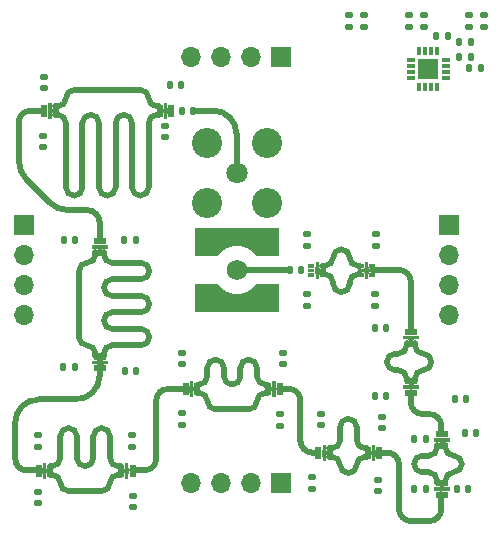
<source format=gts>
G04 #@! TF.GenerationSoftware,KiCad,Pcbnew,(6.0.2)*
G04 #@! TF.CreationDate,2023-11-23T16:59:36-08:00*
G04 #@! TF.ProjectId,phase_shifter_v1,70686173-655f-4736-9869-667465725f76,rev?*
G04 #@! TF.SameCoordinates,Original*
G04 #@! TF.FileFunction,Soldermask,Top*
G04 #@! TF.FilePolarity,Negative*
%FSLAX46Y46*%
G04 Gerber Fmt 4.6, Leading zero omitted, Abs format (unit mm)*
G04 Created by KiCad (PCBNEW (6.0.2)) date 2023-11-23 16:59:36*
%MOMM*%
%LPD*%
G01*
G04 APERTURE LIST*
G04 Aperture macros list*
%AMRoundRect*
0 Rectangle with rounded corners*
0 $1 Rounding radius*
0 $2 $3 $4 $5 $6 $7 $8 $9 X,Y pos of 4 corners*
0 Add a 4 corners polygon primitive as box body*
4,1,4,$2,$3,$4,$5,$6,$7,$8,$9,$2,$3,0*
0 Add four circle primitives for the rounded corners*
1,1,$1+$1,$2,$3*
1,1,$1+$1,$4,$5*
1,1,$1+$1,$6,$7*
1,1,$1+$1,$8,$9*
0 Add four rect primitives between the rounded corners*
20,1,$1+$1,$2,$3,$4,$5,0*
20,1,$1+$1,$4,$5,$6,$7,0*
20,1,$1+$1,$6,$7,$8,$9,0*
20,1,$1+$1,$8,$9,$2,$3,0*%
%AMFreePoly0*
4,1,25,-1.500000,1.420000,-1.360000,1.280000,-1.205000,1.155000,-1.035000,1.045000,-0.860000,0.950000,-0.675000,0.875000,-0.480000,0.820000,-0.280000,0.780000,-0.085000,0.765000,0.085000,0.765000,0.280000,0.780000,0.480000,0.820000,0.675000,0.875000,0.860000,0.950000,1.035000,1.045000,1.205000,1.155000,1.360000,1.280000,1.500000,1.420000,1.645000,1.595000,3.555000,1.595000,
3.555000,-0.755000,-3.555000,-0.755000,-3.555000,1.595000,-1.645000,1.595000,-1.500000,1.420000,-1.500000,1.420000,$1*%
G04 Aperture macros list end*
%ADD10C,0.546300*%
%ADD11C,0.010000*%
%ADD12RoundRect,0.140000X-0.170000X0.140000X-0.170000X-0.140000X0.170000X-0.140000X0.170000X0.140000X0*%
%ADD13RoundRect,0.140000X0.140000X0.170000X-0.140000X0.170000X-0.140000X-0.170000X0.140000X-0.170000X0*%
%ADD14R,1.700000X1.700000*%
%ADD15O,1.700000X1.700000*%
%ADD16RoundRect,0.140000X0.170000X-0.140000X0.170000X0.140000X-0.170000X0.140000X-0.170000X-0.140000X0*%
%ADD17RoundRect,0.140000X-0.140000X-0.170000X0.140000X-0.170000X0.140000X0.170000X-0.140000X0.170000X0*%
%ADD18RoundRect,0.135000X0.135000X0.185000X-0.135000X0.185000X-0.135000X-0.185000X0.135000X-0.185000X0*%
%ADD19RoundRect,0.135000X0.185000X-0.135000X0.185000X0.135000X-0.185000X0.135000X-0.185000X-0.135000X0*%
%ADD20R,0.800000X0.300000*%
%ADD21R,0.300000X0.800000*%
%ADD22R,1.750000X1.750000*%
%ADD23C,1.730000*%
%ADD24FreePoly0,0.000000*%
%ADD25FreePoly0,180.000000*%
%ADD26C,1.800000*%
%ADD27C,2.550000*%
G04 APERTURE END LIST*
D10*
X152525000Y-86005001D02*
X152525000Y-85280001D01*
X146915600Y-83385000D02*
G75*
G03*
X147615600Y-82685000I-3J700003D01*
G01*
X172325000Y-90200000D02*
G75*
G03*
X171325000Y-89200000I-1000003J-3D01*
G01*
X147615600Y-77085000D02*
G75*
G03*
X146915600Y-76385000I-700003J-3D01*
G01*
X146915600Y-77785000D02*
G75*
G03*
X147615600Y-77085000I-3J700003D01*
G01*
X169750000Y-88200000D02*
G75*
G03*
X170750000Y-89200000I1000003J3D01*
G01*
X136250000Y-92975000D02*
X136250000Y-89950000D01*
X147550244Y-62450244D02*
G75*
G03*
X146850244Y-61750244I-700003J-3D01*
G01*
X144450000Y-79185000D02*
X146915600Y-79185000D01*
X164459999Y-94210001D02*
G75*
G03*
X165159999Y-93510001I-3J700003D01*
G01*
X170750000Y-89200000D02*
X171325000Y-89200000D01*
X143750000Y-78485000D02*
G75*
G03*
X144450000Y-79185000I700003J3D01*
G01*
X170100000Y-86385000D02*
X170100000Y-86185000D01*
X168750000Y-93460001D02*
G75*
G03*
X167750000Y-92460001I-1000003J-3D01*
G01*
X140550244Y-64550244D02*
G75*
G03*
X139850244Y-63850244I-700003J-3D01*
G01*
X143050000Y-84085000D02*
G75*
G03*
X142350000Y-83385000I-700003J-3D01*
G01*
X171325000Y-98250000D02*
G75*
G03*
X172325000Y-97250000I-3J1000003D01*
G01*
X144450000Y-80585000D02*
X146915600Y-80585000D01*
X170100000Y-83185000D02*
X170100000Y-83385000D01*
X167720000Y-84785000D02*
G75*
G03*
X168420000Y-85485000I700003J3D01*
G01*
X169400000Y-86185000D02*
G75*
G03*
X168700000Y-85485000I-700003J-3D01*
G01*
X171975000Y-91825000D02*
X171975000Y-92025000D01*
X143400000Y-74515000D02*
X143400000Y-72950000D01*
X147200000Y-93975000D02*
G75*
G03*
X148200000Y-92975000I-3J1000003D01*
G01*
X151625000Y-87405001D02*
X151825000Y-87405001D01*
X145450244Y-63850244D02*
G75*
G03*
X144750244Y-64550244I3J-700003D01*
G01*
X164459999Y-89590001D02*
G75*
G03*
X163759999Y-90290001I3J-700003D01*
G01*
X143350244Y-64550244D02*
X143350244Y-70012544D01*
X165159999Y-91410001D02*
X165159999Y-90290001D01*
X141250244Y-61750244D02*
X146850244Y-61750244D01*
X171975000Y-94825000D02*
G75*
G03*
X171275000Y-94125000I-700003J-3D01*
G01*
X143750000Y-84085000D02*
X143750000Y-84285000D01*
X140075000Y-95025000D02*
G75*
G03*
X140775000Y-95725000I700003J3D01*
G01*
X155000000Y-65500244D02*
G75*
G03*
X153000000Y-63500244I-1999999J1D01*
G01*
X169750000Y-88200000D02*
X169750000Y-87355000D01*
X140550244Y-70012544D02*
G75*
G03*
X141250244Y-70712544I700003J3D01*
G01*
X170015000Y-93425000D02*
G75*
G03*
X170715000Y-94125000I700003J3D01*
G01*
X157625000Y-86705001D02*
X157425000Y-86705001D01*
X143350244Y-70012544D02*
G75*
G03*
X144050244Y-70712544I700003J3D01*
G01*
X148250244Y-63850244D02*
G75*
G03*
X147550244Y-64550244I3J-700003D01*
G01*
X139175000Y-94325000D02*
X139375000Y-94325000D01*
X173375000Y-94125000D02*
G75*
G03*
X172675000Y-94825000I3J-700003D01*
G01*
X140075000Y-92925000D02*
X140075000Y-91077000D01*
X143575000Y-95725000D02*
G75*
G03*
X144275000Y-95025000I-3J700003D01*
G01*
X139375000Y-93625000D02*
G75*
G03*
X140075000Y-92925000I-3J700003D01*
G01*
X143400000Y-72950000D02*
G75*
G03*
X142400000Y-71950000I-1000003J-3D01*
G01*
X153000000Y-63500244D02*
X151330244Y-63500244D01*
X144975000Y-94325000D02*
X145175000Y-94325000D01*
X159520000Y-77000000D02*
X155000000Y-77000000D01*
X162859999Y-92810001D02*
X163059999Y-92810001D01*
X141475000Y-92925000D02*
G75*
G03*
X142175000Y-93625000I700003J3D01*
G01*
X163759999Y-91410001D02*
X163759999Y-90290001D01*
X144275000Y-92925000D02*
G75*
G03*
X144975000Y-93625000I700003J3D01*
G01*
X165159999Y-90290001D02*
G75*
G03*
X164459999Y-89590001I-700003J-3D01*
G01*
X140550244Y-64550244D02*
X140550244Y-70012544D01*
X155325000Y-86005001D02*
X155325000Y-85280001D01*
X163170000Y-78190000D02*
G75*
G03*
X163870000Y-78890000I700003J3D01*
G01*
X169750000Y-78000000D02*
X169750000Y-82215000D01*
X149200000Y-87055001D02*
G75*
G03*
X148200000Y-88055001I-1J-999999D01*
G01*
X136549999Y-67690000D02*
G75*
G03*
X137257106Y-69397106I2414211J0D01*
G01*
X143350244Y-64550244D02*
G75*
G03*
X142650244Y-63850244I-700003J-3D01*
G01*
X139650244Y-63850244D02*
X139850244Y-63850244D01*
X168700000Y-84085000D02*
X168420000Y-84085000D01*
X144975000Y-93625000D02*
X145175000Y-93625000D01*
X142650244Y-63850244D02*
G75*
G03*
X141950244Y-64550244I3J-700003D01*
G01*
X143750000Y-81285000D02*
G75*
G03*
X144450000Y-81985000I700003J3D01*
G01*
X157625000Y-87405001D02*
X157425000Y-87405001D01*
X173375000Y-94125000D02*
G75*
G03*
X174075000Y-93425000I-3J700003D01*
G01*
X139102893Y-71242893D02*
X137257106Y-69397106D01*
X147615600Y-79885000D02*
G75*
G03*
X146915600Y-79185000I-700003J-3D01*
G01*
X146150244Y-70012544D02*
G75*
G03*
X146850244Y-70712544I700003J3D01*
G01*
X163170000Y-78050000D02*
X163170000Y-78190000D01*
X159400000Y-87055001D02*
X158595000Y-87055001D01*
X170800000Y-85485000D02*
G75*
G03*
X170100000Y-86185000I3J-700003D01*
G01*
X142350000Y-76385000D02*
G75*
G03*
X143050000Y-75685000I-3J700003D01*
G01*
X153225000Y-84580001D02*
G75*
G03*
X152525000Y-85280001I3J-700003D01*
G01*
X165270000Y-77350000D02*
G75*
G03*
X164570000Y-78050000I3J-700003D01*
G01*
X171325000Y-98250000D02*
X169750000Y-98250000D01*
X139650244Y-63150244D02*
X139850244Y-63150244D01*
X139102893Y-71242893D02*
G75*
G03*
X140810000Y-71949999I1707109J1707114D01*
G01*
X163870000Y-78890000D02*
G75*
G03*
X164570000Y-78190000I-3J700003D01*
G01*
X156025000Y-88805001D02*
G75*
G03*
X156725000Y-88105001I-3J700003D01*
G01*
X163870000Y-75250000D02*
G75*
G03*
X163170000Y-75950000I3J-700003D01*
G01*
X143400000Y-85950000D02*
X143400000Y-85255000D01*
X147615600Y-82685000D02*
G75*
G03*
X146915600Y-81985000I-700003J-3D01*
G01*
X143050000Y-84285000D02*
X143050000Y-84085000D01*
X147550244Y-64550244D02*
X147550244Y-70012544D01*
X140775000Y-90377000D02*
G75*
G03*
X140075000Y-91077000I3J-700003D01*
G01*
X162470000Y-76650000D02*
G75*
G03*
X163170000Y-75950000I-3J700003D01*
G01*
X142350000Y-76385000D02*
G75*
G03*
X141650000Y-77085000I3J-700003D01*
G01*
X151825000Y-86705001D02*
X151625000Y-86705001D01*
X141400000Y-87950000D02*
G75*
G03*
X143400000Y-85950000I-2J2000002D01*
G01*
X140810000Y-71950000D02*
X142400000Y-71950000D01*
X170100000Y-83385000D02*
G75*
G03*
X170800000Y-84085000I700003J3D01*
G01*
X163170000Y-78050000D02*
G75*
G03*
X162470000Y-77350000I-700003J-3D01*
G01*
X170800000Y-85485000D02*
G75*
G03*
X171500000Y-84785000I-3J700003D01*
G01*
X141250244Y-70712544D02*
G75*
G03*
X141950244Y-70012544I-3J700003D01*
G01*
X168700000Y-85485000D02*
X168420000Y-85485000D01*
X165470000Y-76650000D02*
X165270000Y-76650000D01*
X160400000Y-91460001D02*
G75*
G03*
X161400000Y-92460001I1000003J3D01*
G01*
X141650000Y-82685000D02*
X141650000Y-81425000D01*
X137550000Y-63500244D02*
G75*
G03*
X136550000Y-64500244I-1J-999999D01*
G01*
X146150244Y-64550244D02*
X146150244Y-70012544D01*
X138250000Y-87950000D02*
G75*
G03*
X136250000Y-89950000I-1J-1999999D01*
G01*
X146150244Y-64550244D02*
G75*
G03*
X145450244Y-63850244I-700003J-3D01*
G01*
X165859999Y-92810001D02*
G75*
G03*
X165159999Y-93510001I3J-700003D01*
G01*
X167750000Y-92460001D02*
X167029999Y-92460001D01*
X168750000Y-77000000D02*
X166440000Y-77000000D01*
X165270000Y-77350000D02*
X165470000Y-77350000D01*
X136250000Y-92975000D02*
G75*
G03*
X137250000Y-93975000I1000003J3D01*
G01*
X143750000Y-75685000D02*
G75*
G03*
X144450000Y-76385000I700003J3D01*
G01*
X144450000Y-83385000D02*
X146915600Y-83385000D01*
X152525000Y-88105001D02*
G75*
G03*
X153225000Y-88805001I700003J3D01*
G01*
X153925000Y-86005001D02*
G75*
G03*
X154625000Y-86705001I700003J3D01*
G01*
X141475000Y-91077000D02*
G75*
G03*
X140775000Y-90377000I-700003J-3D01*
G01*
X161400000Y-92460001D02*
X161889999Y-92460001D01*
X148450244Y-63150244D02*
X148250244Y-63150244D01*
X172675000Y-92025000D02*
G75*
G03*
X173375000Y-92725000I700003J3D01*
G01*
X166059999Y-92810001D02*
X165859999Y-92810001D01*
X143050000Y-75685000D02*
X143050000Y-75485000D01*
X165159999Y-91410001D02*
G75*
G03*
X165859999Y-92110001I700003J3D01*
G01*
X139175000Y-93625000D02*
X139375000Y-93625000D01*
X166059999Y-92110001D02*
X165859999Y-92110001D01*
X169400000Y-83185000D02*
X169400000Y-83385000D01*
X142175000Y-93625000D02*
G75*
G03*
X142875000Y-92925000I-3J700003D01*
G01*
X149200000Y-87055001D02*
X150655000Y-87055001D01*
X143750000Y-75485000D02*
X143750000Y-75685000D01*
X144450000Y-83385000D02*
G75*
G03*
X143750000Y-84085000I3J-700003D01*
G01*
X156025000Y-88805001D02*
X153225000Y-88805001D01*
X156725000Y-85280001D02*
G75*
G03*
X156025000Y-84580001I-700003J-3D01*
G01*
X153925000Y-85280001D02*
G75*
G03*
X153225000Y-84580001I-700003J-3D01*
G01*
X156725000Y-86005001D02*
G75*
G03*
X157425000Y-86705001I700003J3D01*
G01*
X160400000Y-88055001D02*
X160400000Y-91460001D01*
X137250000Y-93975000D02*
X138205000Y-93975000D01*
X168750000Y-97250000D02*
G75*
G03*
X169750000Y-98250000I1000003J3D01*
G01*
X144975000Y-94325000D02*
G75*
G03*
X144275000Y-95025000I3J-700003D01*
G01*
X137550000Y-63500244D02*
X138680244Y-63500244D01*
X143575000Y-90377000D02*
G75*
G03*
X142875000Y-91077000I3J-700003D01*
G01*
X154625000Y-86705001D02*
G75*
G03*
X155325000Y-86005001I-3J700003D01*
G01*
X144450000Y-81985000D02*
X146915600Y-81985000D01*
X140075000Y-95025000D02*
G75*
G03*
X139375000Y-94325000I-700003J-3D01*
G01*
X169750000Y-78000000D02*
G75*
G03*
X168750000Y-77000000I-1000003J-3D01*
G01*
X141250244Y-61750244D02*
G75*
G03*
X140550244Y-62450244I3J-700003D01*
G01*
X162270000Y-77350000D02*
X162470000Y-77350000D01*
X153925000Y-86005001D02*
X153925000Y-85280001D01*
X172675000Y-91825000D02*
X172675000Y-92025000D01*
X144750244Y-64550244D02*
X144750244Y-70012544D01*
X138250000Y-87950000D02*
X141400000Y-87950000D01*
X156725000Y-86005001D02*
X156725000Y-85280001D01*
X151825000Y-86705001D02*
G75*
G03*
X152525000Y-86005001I-3J700003D01*
G01*
X171275000Y-94125000D02*
X170715000Y-94125000D01*
X144275000Y-92925000D02*
X144275000Y-91077000D01*
X163759999Y-93510001D02*
G75*
G03*
X164459999Y-94210001I700003J3D01*
G01*
X146915600Y-80585000D02*
G75*
G03*
X147615600Y-79885000I-3J700003D01*
G01*
X164570000Y-75950000D02*
G75*
G03*
X165270000Y-76650000I700003J3D01*
G01*
X170715000Y-92725000D02*
G75*
G03*
X170015000Y-93425000I3J-700003D01*
G01*
X141650000Y-81425000D02*
X141650000Y-77085000D01*
X164570000Y-78050000D02*
X164570000Y-78190000D01*
X146850244Y-70712544D02*
G75*
G03*
X147550244Y-70012544I-3J700003D01*
G01*
X157425000Y-87405001D02*
G75*
G03*
X156725000Y-88105001I3J-700003D01*
G01*
X136550000Y-67690000D02*
X136550000Y-64500244D01*
X141650000Y-82685000D02*
G75*
G03*
X142350000Y-83385000I700003J3D01*
G01*
X141950244Y-64550244D02*
X141950244Y-70012544D01*
X169400000Y-86185000D02*
X169400000Y-86385000D01*
X144050244Y-70712544D02*
G75*
G03*
X144750244Y-70012544I-3J700003D01*
G01*
X144450000Y-77785000D02*
G75*
G03*
X143750000Y-78485000I3J-700003D01*
G01*
X171275000Y-92725000D02*
X170715000Y-92725000D01*
X144450000Y-76385000D02*
X146915600Y-76385000D01*
X171975000Y-94825000D02*
X171975000Y-95025000D01*
X162270000Y-76650000D02*
X162470000Y-76650000D01*
X156025000Y-84580001D02*
G75*
G03*
X155325000Y-85280001I3J-700003D01*
G01*
X148200000Y-88055001D02*
X148200000Y-92975000D01*
X144275000Y-91077000D02*
G75*
G03*
X143575000Y-90377000I-700003J-3D01*
G01*
X164570000Y-75950000D02*
G75*
G03*
X163870000Y-75250000I-700003J-3D01*
G01*
X147200000Y-93975000D02*
X146145000Y-93975000D01*
X152525000Y-88105001D02*
G75*
G03*
X151825000Y-87405001I-700003J-3D01*
G01*
X160400000Y-88055001D02*
G75*
G03*
X159400000Y-87055001I-1000003J-3D01*
G01*
X172325000Y-97250000D02*
X172325000Y-95995000D01*
X171275000Y-92725000D02*
G75*
G03*
X171975000Y-92025000I-3J700003D01*
G01*
X172325000Y-90200000D02*
X172325000Y-90855000D01*
X142875000Y-92925000D02*
X142875000Y-91077000D01*
X171500000Y-84785000D02*
G75*
G03*
X170800000Y-84085000I-700003J-3D01*
G01*
X168700000Y-84085000D02*
G75*
G03*
X169400000Y-83385000I-3J700003D01*
G01*
X163059999Y-92110001D02*
G75*
G03*
X163759999Y-91410001I-3J700003D01*
G01*
X155000000Y-65500244D02*
X155000000Y-68750000D01*
X147550244Y-62450244D02*
G75*
G03*
X148250244Y-63150244I700003J3D01*
G01*
X163759999Y-93510001D02*
G75*
G03*
X163059999Y-92810001I-700003J-3D01*
G01*
X144450000Y-77785000D02*
X146915600Y-77785000D01*
X144450000Y-80585000D02*
G75*
G03*
X143750000Y-81285000I3J-700003D01*
G01*
X139850244Y-63150244D02*
G75*
G03*
X140550244Y-62450244I-3J700003D01*
G01*
X163059999Y-92110001D02*
X162859999Y-92110001D01*
X174075000Y-93425000D02*
G75*
G03*
X173375000Y-92725000I-700003J-3D01*
G01*
X148250244Y-63850244D02*
X148450244Y-63850244D01*
X141475000Y-92925000D02*
X141475000Y-91077000D01*
X172675000Y-95025000D02*
X172675000Y-94825000D01*
X143300000Y-95725000D02*
X143575000Y-95725000D01*
X168420000Y-84085000D02*
G75*
G03*
X167720000Y-84785000I3J-700003D01*
G01*
X168750000Y-97250000D02*
X168750000Y-93460001D01*
X140775000Y-95725000D02*
X143300000Y-95725000D01*
D11*
X162649999Y-92585001D02*
X162649999Y-92335001D01*
X162649999Y-92335001D02*
X163074999Y-92335001D01*
X163074999Y-92335001D02*
X163074999Y-92585001D01*
X163074999Y-92585001D02*
X162649999Y-92585001D01*
G36*
X163074999Y-92585001D02*
G01*
X162649999Y-92585001D01*
X162649999Y-92335001D01*
X163074999Y-92335001D01*
X163074999Y-92585001D01*
G37*
X163074999Y-92585001D02*
X162649999Y-92585001D01*
X162649999Y-92335001D01*
X163074999Y-92335001D01*
X163074999Y-92585001D01*
X162464999Y-92690001D02*
X162574999Y-92580001D01*
X162574999Y-92580001D02*
X162654999Y-92580001D01*
X162654999Y-92580001D02*
X162654999Y-92340001D01*
X162654999Y-92340001D02*
X162574999Y-92340001D01*
X162574999Y-92340001D02*
X162464999Y-92230001D01*
X162464999Y-92230001D02*
X162464999Y-92690001D01*
G36*
X162574999Y-92340001D02*
G01*
X162654999Y-92340001D01*
X162654999Y-92580001D01*
X162574999Y-92580001D01*
X162464999Y-92690001D01*
X162464999Y-92230001D01*
X162574999Y-92340001D01*
G37*
X162574999Y-92340001D02*
X162654999Y-92340001D01*
X162654999Y-92580001D01*
X162574999Y-92580001D01*
X162464999Y-92690001D01*
X162464999Y-92230001D01*
X162574999Y-92340001D01*
X162224999Y-92710001D02*
X162224999Y-92210001D01*
X162224999Y-92210001D02*
X162274999Y-92210001D01*
X162274999Y-92210001D02*
X162274999Y-92710001D01*
X162274999Y-92710001D02*
X162224999Y-92710001D01*
G36*
X162274999Y-92710001D02*
G01*
X162224999Y-92710001D01*
X162224999Y-92210001D01*
X162274999Y-92210001D01*
X162274999Y-92710001D01*
G37*
X162274999Y-92710001D02*
X162224999Y-92710001D01*
X162224999Y-92210001D01*
X162274999Y-92210001D01*
X162274999Y-92710001D01*
X162649999Y-92935001D02*
X162649999Y-92685001D01*
X162649999Y-92685001D02*
X163074999Y-92685001D01*
X163074999Y-92685001D02*
X163074999Y-92935001D01*
X163074999Y-92935001D02*
X162649999Y-92935001D01*
G36*
X163074999Y-92935001D02*
G01*
X162649999Y-92935001D01*
X162649999Y-92685001D01*
X163074999Y-92685001D01*
X163074999Y-92935001D01*
G37*
X163074999Y-92935001D02*
X162649999Y-92935001D01*
X162649999Y-92685001D01*
X163074999Y-92685001D01*
X163074999Y-92935001D01*
X162274999Y-93110001D02*
X162274999Y-91810001D01*
X162274999Y-91810001D02*
X162474999Y-91810001D01*
X162474999Y-91810001D02*
X162474999Y-93110001D01*
X162474999Y-93110001D02*
X162274999Y-93110001D01*
G36*
X162474999Y-93110001D02*
G01*
X162274999Y-93110001D01*
X162274999Y-91810001D01*
X162474999Y-91810001D01*
X162474999Y-93110001D01*
G37*
X162474999Y-93110001D02*
X162274999Y-93110001D01*
X162274999Y-91810001D01*
X162474999Y-91810001D01*
X162474999Y-93110001D01*
X161674999Y-92235001D02*
X161674999Y-91985001D01*
X161674999Y-91985001D02*
X162099999Y-91985001D01*
X162099999Y-91985001D02*
X162099999Y-92235001D01*
X162099999Y-92235001D02*
X161674999Y-92235001D01*
G36*
X162099999Y-92235001D02*
G01*
X161674999Y-92235001D01*
X161674999Y-91985001D01*
X162099999Y-91985001D01*
X162099999Y-92235001D01*
G37*
X162099999Y-92235001D02*
X161674999Y-92235001D01*
X161674999Y-91985001D01*
X162099999Y-91985001D01*
X162099999Y-92235001D01*
X162649999Y-92235001D02*
X162649999Y-91985001D01*
X162649999Y-91985001D02*
X163074999Y-91985001D01*
X163074999Y-91985001D02*
X163074999Y-92235001D01*
X163074999Y-92235001D02*
X162649999Y-92235001D01*
G36*
X163074999Y-92235001D02*
G01*
X162649999Y-92235001D01*
X162649999Y-91985001D01*
X163074999Y-91985001D01*
X163074999Y-92235001D01*
G37*
X163074999Y-92235001D02*
X162649999Y-92235001D01*
X162649999Y-91985001D01*
X163074999Y-91985001D01*
X163074999Y-92235001D01*
X161674999Y-92585001D02*
X161674999Y-92335001D01*
X161674999Y-92335001D02*
X162099999Y-92335001D01*
X162099999Y-92335001D02*
X162099999Y-92585001D01*
X162099999Y-92585001D02*
X161674999Y-92585001D01*
G36*
X162099999Y-92585001D02*
G01*
X161674999Y-92585001D01*
X161674999Y-92335001D01*
X162099999Y-92335001D01*
X162099999Y-92585001D01*
G37*
X162099999Y-92585001D02*
X161674999Y-92585001D01*
X161674999Y-92335001D01*
X162099999Y-92335001D01*
X162099999Y-92585001D01*
X161674999Y-92935001D02*
X161674999Y-92685001D01*
X161674999Y-92685001D02*
X162099999Y-92685001D01*
X162099999Y-92685001D02*
X162099999Y-92935001D01*
X162099999Y-92935001D02*
X161674999Y-92935001D01*
G36*
X162099999Y-92935001D02*
G01*
X161674999Y-92935001D01*
X161674999Y-92685001D01*
X162099999Y-92685001D01*
X162099999Y-92935001D01*
G37*
X162099999Y-92935001D02*
X161674999Y-92935001D01*
X161674999Y-92685001D01*
X162099999Y-92685001D01*
X162099999Y-92935001D01*
X143275000Y-74300000D02*
X143525000Y-74300000D01*
X143525000Y-74300000D02*
X143525000Y-74725000D01*
X143525000Y-74725000D02*
X143275000Y-74725000D01*
X143275000Y-74725000D02*
X143275000Y-74300000D01*
G36*
X143525000Y-74725000D02*
G01*
X143275000Y-74725000D01*
X143275000Y-74300000D01*
X143525000Y-74300000D01*
X143525000Y-74725000D01*
G37*
X143525000Y-74725000D02*
X143275000Y-74725000D01*
X143275000Y-74300000D01*
X143525000Y-74300000D01*
X143525000Y-74725000D01*
X143625000Y-75275000D02*
X143875000Y-75275000D01*
X143875000Y-75275000D02*
X143875000Y-75700000D01*
X143875000Y-75700000D02*
X143625000Y-75700000D01*
X143625000Y-75700000D02*
X143625000Y-75275000D01*
G36*
X143875000Y-75700000D02*
G01*
X143625000Y-75700000D01*
X143625000Y-75275000D01*
X143875000Y-75275000D01*
X143875000Y-75700000D01*
G37*
X143875000Y-75700000D02*
X143625000Y-75700000D01*
X143625000Y-75275000D01*
X143875000Y-75275000D01*
X143875000Y-75700000D01*
X143150000Y-74850000D02*
X143650000Y-74850000D01*
X143650000Y-74850000D02*
X143650000Y-74900000D01*
X143650000Y-74900000D02*
X143150000Y-74900000D01*
X143150000Y-74900000D02*
X143150000Y-74850000D01*
G36*
X143650000Y-74900000D02*
G01*
X143150000Y-74900000D01*
X143150000Y-74850000D01*
X143650000Y-74850000D01*
X143650000Y-74900000D01*
G37*
X143650000Y-74900000D02*
X143150000Y-74900000D01*
X143150000Y-74850000D01*
X143650000Y-74850000D01*
X143650000Y-74900000D01*
X142750000Y-74900000D02*
X144050000Y-74900000D01*
X144050000Y-74900000D02*
X144050000Y-75100000D01*
X144050000Y-75100000D02*
X142750000Y-75100000D01*
X142750000Y-75100000D02*
X142750000Y-74900000D01*
G36*
X144050000Y-75100000D02*
G01*
X142750000Y-75100000D01*
X142750000Y-74900000D01*
X144050000Y-74900000D01*
X144050000Y-75100000D01*
G37*
X144050000Y-75100000D02*
X142750000Y-75100000D01*
X142750000Y-74900000D01*
X144050000Y-74900000D01*
X144050000Y-75100000D01*
X143275000Y-75275000D02*
X143525000Y-75275000D01*
X143525000Y-75275000D02*
X143525000Y-75700000D01*
X143525000Y-75700000D02*
X143275000Y-75700000D01*
X143275000Y-75700000D02*
X143275000Y-75275000D01*
G36*
X143525000Y-75700000D02*
G01*
X143275000Y-75700000D01*
X143275000Y-75275000D01*
X143525000Y-75275000D01*
X143525000Y-75700000D01*
G37*
X143525000Y-75700000D02*
X143275000Y-75700000D01*
X143275000Y-75275000D01*
X143525000Y-75275000D01*
X143525000Y-75700000D01*
X142925000Y-74300000D02*
X143175000Y-74300000D01*
X143175000Y-74300000D02*
X143175000Y-74725000D01*
X143175000Y-74725000D02*
X142925000Y-74725000D01*
X142925000Y-74725000D02*
X142925000Y-74300000D01*
G36*
X143175000Y-74725000D02*
G01*
X142925000Y-74725000D01*
X142925000Y-74300000D01*
X143175000Y-74300000D01*
X143175000Y-74725000D01*
G37*
X143175000Y-74725000D02*
X142925000Y-74725000D01*
X142925000Y-74300000D01*
X143175000Y-74300000D01*
X143175000Y-74725000D01*
X142925000Y-75275000D02*
X143175000Y-75275000D01*
X143175000Y-75275000D02*
X143175000Y-75700000D01*
X143175000Y-75700000D02*
X142925000Y-75700000D01*
X142925000Y-75700000D02*
X142925000Y-75275000D01*
G36*
X143175000Y-75700000D02*
G01*
X142925000Y-75700000D01*
X142925000Y-75275000D01*
X143175000Y-75275000D01*
X143175000Y-75700000D01*
G37*
X143175000Y-75700000D02*
X142925000Y-75700000D01*
X142925000Y-75275000D01*
X143175000Y-75275000D01*
X143175000Y-75700000D01*
X143625000Y-74300000D02*
X143875000Y-74300000D01*
X143875000Y-74300000D02*
X143875000Y-74725000D01*
X143875000Y-74725000D02*
X143625000Y-74725000D01*
X143625000Y-74725000D02*
X143625000Y-74300000D01*
G36*
X143875000Y-74725000D02*
G01*
X143625000Y-74725000D01*
X143625000Y-74300000D01*
X143875000Y-74300000D01*
X143875000Y-74725000D01*
G37*
X143875000Y-74725000D02*
X143625000Y-74725000D01*
X143625000Y-74300000D01*
X143875000Y-74300000D01*
X143875000Y-74725000D01*
X143170000Y-75090000D02*
X143280000Y-75200000D01*
X143280000Y-75200000D02*
X143280000Y-75280000D01*
X143280000Y-75280000D02*
X143520000Y-75280000D01*
X143520000Y-75280000D02*
X143520000Y-75200000D01*
X143520000Y-75200000D02*
X143630000Y-75090000D01*
X143630000Y-75090000D02*
X143170000Y-75090000D01*
G36*
X143520000Y-75200000D02*
G01*
X143520000Y-75280000D01*
X143280000Y-75280000D01*
X143280000Y-75200000D01*
X143170000Y-75090000D01*
X143630000Y-75090000D01*
X143520000Y-75200000D01*
G37*
X143520000Y-75200000D02*
X143520000Y-75280000D01*
X143280000Y-75280000D01*
X143280000Y-75200000D01*
X143170000Y-75090000D01*
X143630000Y-75090000D01*
X143520000Y-75200000D01*
X171850000Y-91615000D02*
X172100000Y-91615000D01*
X172100000Y-91615000D02*
X172100000Y-92040000D01*
X172100000Y-92040000D02*
X171850000Y-92040000D01*
X171850000Y-92040000D02*
X171850000Y-91615000D01*
G36*
X172100000Y-92040000D02*
G01*
X171850000Y-92040000D01*
X171850000Y-91615000D01*
X172100000Y-91615000D01*
X172100000Y-92040000D01*
G37*
X172100000Y-92040000D02*
X171850000Y-92040000D01*
X171850000Y-91615000D01*
X172100000Y-91615000D01*
X172100000Y-92040000D01*
X171675000Y-91240000D02*
X172975000Y-91240000D01*
X172975000Y-91240000D02*
X172975000Y-91440000D01*
X172975000Y-91440000D02*
X171675000Y-91440000D01*
X171675000Y-91440000D02*
X171675000Y-91240000D01*
G36*
X172975000Y-91440000D02*
G01*
X171675000Y-91440000D01*
X171675000Y-91240000D01*
X172975000Y-91240000D01*
X172975000Y-91440000D01*
G37*
X172975000Y-91440000D02*
X171675000Y-91440000D01*
X171675000Y-91240000D01*
X172975000Y-91240000D01*
X172975000Y-91440000D01*
X172550000Y-90640000D02*
X172800000Y-90640000D01*
X172800000Y-90640000D02*
X172800000Y-91065000D01*
X172800000Y-91065000D02*
X172550000Y-91065000D01*
X172550000Y-91065000D02*
X172550000Y-90640000D01*
G36*
X172800000Y-91065000D02*
G01*
X172550000Y-91065000D01*
X172550000Y-90640000D01*
X172800000Y-90640000D01*
X172800000Y-91065000D01*
G37*
X172800000Y-91065000D02*
X172550000Y-91065000D01*
X172550000Y-90640000D01*
X172800000Y-90640000D01*
X172800000Y-91065000D01*
X172095000Y-91430000D02*
X172205000Y-91540000D01*
X172205000Y-91540000D02*
X172205000Y-91620000D01*
X172205000Y-91620000D02*
X172445000Y-91620000D01*
X172445000Y-91620000D02*
X172445000Y-91540000D01*
X172445000Y-91540000D02*
X172555000Y-91430000D01*
X172555000Y-91430000D02*
X172095000Y-91430000D01*
G36*
X172445000Y-91540000D02*
G01*
X172445000Y-91620000D01*
X172205000Y-91620000D01*
X172205000Y-91540000D01*
X172095000Y-91430000D01*
X172555000Y-91430000D01*
X172445000Y-91540000D01*
G37*
X172445000Y-91540000D02*
X172445000Y-91620000D01*
X172205000Y-91620000D01*
X172205000Y-91540000D01*
X172095000Y-91430000D01*
X172555000Y-91430000D01*
X172445000Y-91540000D01*
X172200000Y-90640000D02*
X172450000Y-90640000D01*
X172450000Y-90640000D02*
X172450000Y-91065000D01*
X172450000Y-91065000D02*
X172200000Y-91065000D01*
X172200000Y-91065000D02*
X172200000Y-90640000D01*
G36*
X172450000Y-91065000D02*
G01*
X172200000Y-91065000D01*
X172200000Y-90640000D01*
X172450000Y-90640000D01*
X172450000Y-91065000D01*
G37*
X172450000Y-91065000D02*
X172200000Y-91065000D01*
X172200000Y-90640000D01*
X172450000Y-90640000D01*
X172450000Y-91065000D01*
X172550000Y-91615000D02*
X172800000Y-91615000D01*
X172800000Y-91615000D02*
X172800000Y-92040000D01*
X172800000Y-92040000D02*
X172550000Y-92040000D01*
X172550000Y-92040000D02*
X172550000Y-91615000D01*
G36*
X172800000Y-92040000D02*
G01*
X172550000Y-92040000D01*
X172550000Y-91615000D01*
X172800000Y-91615000D01*
X172800000Y-92040000D01*
G37*
X172800000Y-92040000D02*
X172550000Y-92040000D01*
X172550000Y-91615000D01*
X172800000Y-91615000D01*
X172800000Y-92040000D01*
X172200000Y-91615000D02*
X172450000Y-91615000D01*
X172450000Y-91615000D02*
X172450000Y-92040000D01*
X172450000Y-92040000D02*
X172200000Y-92040000D01*
X172200000Y-92040000D02*
X172200000Y-91615000D01*
G36*
X172450000Y-92040000D02*
G01*
X172200000Y-92040000D01*
X172200000Y-91615000D01*
X172450000Y-91615000D01*
X172450000Y-92040000D01*
G37*
X172450000Y-92040000D02*
X172200000Y-92040000D01*
X172200000Y-91615000D01*
X172450000Y-91615000D01*
X172450000Y-92040000D01*
X171850000Y-90640000D02*
X172100000Y-90640000D01*
X172100000Y-90640000D02*
X172100000Y-91065000D01*
X172100000Y-91065000D02*
X171850000Y-91065000D01*
X171850000Y-91065000D02*
X171850000Y-90640000D01*
G36*
X172100000Y-91065000D02*
G01*
X171850000Y-91065000D01*
X171850000Y-90640000D01*
X172100000Y-90640000D01*
X172100000Y-91065000D01*
G37*
X172100000Y-91065000D02*
X171850000Y-91065000D01*
X171850000Y-90640000D01*
X172100000Y-90640000D01*
X172100000Y-91065000D01*
X172075000Y-91190000D02*
X172575000Y-91190000D01*
X172575000Y-91190000D02*
X172575000Y-91240000D01*
X172575000Y-91240000D02*
X172075000Y-91240000D01*
X172075000Y-91240000D02*
X172075000Y-91190000D01*
G36*
X172575000Y-91240000D02*
G01*
X172075000Y-91240000D01*
X172075000Y-91190000D01*
X172575000Y-91190000D01*
X172575000Y-91240000D01*
G37*
X172575000Y-91240000D02*
X172075000Y-91240000D01*
X172075000Y-91190000D01*
X172575000Y-91190000D01*
X172575000Y-91240000D01*
X145810000Y-93725000D02*
X145810000Y-94225000D01*
X145810000Y-94225000D02*
X145760000Y-94225000D01*
X145760000Y-94225000D02*
X145760000Y-93725000D01*
X145760000Y-93725000D02*
X145810000Y-93725000D01*
G36*
X145810000Y-94225000D02*
G01*
X145760000Y-94225000D01*
X145760000Y-93725000D01*
X145810000Y-93725000D01*
X145810000Y-94225000D01*
G37*
X145810000Y-94225000D02*
X145760000Y-94225000D01*
X145760000Y-93725000D01*
X145810000Y-93725000D01*
X145810000Y-94225000D01*
X145385000Y-93500000D02*
X145385000Y-93750000D01*
X145385000Y-93750000D02*
X144960000Y-93750000D01*
X144960000Y-93750000D02*
X144960000Y-93500000D01*
X144960000Y-93500000D02*
X145385000Y-93500000D01*
G36*
X145385000Y-93750000D02*
G01*
X144960000Y-93750000D01*
X144960000Y-93500000D01*
X145385000Y-93500000D01*
X145385000Y-93750000D01*
G37*
X145385000Y-93750000D02*
X144960000Y-93750000D01*
X144960000Y-93500000D01*
X145385000Y-93500000D01*
X145385000Y-93750000D01*
X145385000Y-94200000D02*
X145385000Y-94450000D01*
X145385000Y-94450000D02*
X144960000Y-94450000D01*
X144960000Y-94450000D02*
X144960000Y-94200000D01*
X144960000Y-94200000D02*
X145385000Y-94200000D01*
G36*
X145385000Y-94450000D02*
G01*
X144960000Y-94450000D01*
X144960000Y-94200000D01*
X145385000Y-94200000D01*
X145385000Y-94450000D01*
G37*
X145385000Y-94450000D02*
X144960000Y-94450000D01*
X144960000Y-94200000D01*
X145385000Y-94200000D01*
X145385000Y-94450000D01*
X146360000Y-94200000D02*
X146360000Y-94450000D01*
X146360000Y-94450000D02*
X145935000Y-94450000D01*
X145935000Y-94450000D02*
X145935000Y-94200000D01*
X145935000Y-94200000D02*
X146360000Y-94200000D01*
G36*
X146360000Y-94450000D02*
G01*
X145935000Y-94450000D01*
X145935000Y-94200000D01*
X146360000Y-94200000D01*
X146360000Y-94450000D01*
G37*
X146360000Y-94450000D02*
X145935000Y-94450000D01*
X145935000Y-94200000D01*
X146360000Y-94200000D01*
X146360000Y-94450000D01*
X146360000Y-93850000D02*
X146360000Y-94100000D01*
X146360000Y-94100000D02*
X145935000Y-94100000D01*
X145935000Y-94100000D02*
X145935000Y-93850000D01*
X145935000Y-93850000D02*
X146360000Y-93850000D01*
G36*
X146360000Y-94100000D02*
G01*
X145935000Y-94100000D01*
X145935000Y-93850000D01*
X146360000Y-93850000D01*
X146360000Y-94100000D01*
G37*
X146360000Y-94100000D02*
X145935000Y-94100000D01*
X145935000Y-93850000D01*
X146360000Y-93850000D01*
X146360000Y-94100000D01*
X145760000Y-93325000D02*
X145760000Y-94625000D01*
X145760000Y-94625000D02*
X145560000Y-94625000D01*
X145560000Y-94625000D02*
X145560000Y-93325000D01*
X145560000Y-93325000D02*
X145760000Y-93325000D01*
G36*
X145760000Y-94625000D02*
G01*
X145560000Y-94625000D01*
X145560000Y-93325000D01*
X145760000Y-93325000D01*
X145760000Y-94625000D01*
G37*
X145760000Y-94625000D02*
X145560000Y-94625000D01*
X145560000Y-93325000D01*
X145760000Y-93325000D01*
X145760000Y-94625000D01*
X146360000Y-93500000D02*
X146360000Y-93750000D01*
X146360000Y-93750000D02*
X145935000Y-93750000D01*
X145935000Y-93750000D02*
X145935000Y-93500000D01*
X145935000Y-93500000D02*
X146360000Y-93500000D01*
G36*
X146360000Y-93750000D02*
G01*
X145935000Y-93750000D01*
X145935000Y-93500000D01*
X146360000Y-93500000D01*
X146360000Y-93750000D01*
G37*
X146360000Y-93750000D02*
X145935000Y-93750000D01*
X145935000Y-93500000D01*
X146360000Y-93500000D01*
X146360000Y-93750000D01*
X145385000Y-93850000D02*
X145385000Y-94100000D01*
X145385000Y-94100000D02*
X144960000Y-94100000D01*
X144960000Y-94100000D02*
X144960000Y-93850000D01*
X144960000Y-93850000D02*
X145385000Y-93850000D01*
G36*
X145385000Y-94100000D02*
G01*
X144960000Y-94100000D01*
X144960000Y-93850000D01*
X145385000Y-93850000D01*
X145385000Y-94100000D01*
G37*
X145385000Y-94100000D02*
X144960000Y-94100000D01*
X144960000Y-93850000D01*
X145385000Y-93850000D01*
X145385000Y-94100000D01*
X145570000Y-93745000D02*
X145460000Y-93855000D01*
X145460000Y-93855000D02*
X145380000Y-93855000D01*
X145380000Y-93855000D02*
X145380000Y-94095000D01*
X145380000Y-94095000D02*
X145460000Y-94095000D01*
X145460000Y-94095000D02*
X145570000Y-94205000D01*
X145570000Y-94205000D02*
X145570000Y-93745000D01*
G36*
X145570000Y-94205000D02*
G01*
X145460000Y-94095000D01*
X145380000Y-94095000D01*
X145380000Y-93855000D01*
X145460000Y-93855000D01*
X145570000Y-93745000D01*
X145570000Y-94205000D01*
G37*
X145570000Y-94205000D02*
X145460000Y-94095000D01*
X145380000Y-94095000D01*
X145380000Y-93855000D01*
X145460000Y-93855000D01*
X145570000Y-93745000D01*
X145570000Y-94205000D01*
X138590000Y-94625000D02*
X138590000Y-93325000D01*
X138590000Y-93325000D02*
X138790000Y-93325000D01*
X138790000Y-93325000D02*
X138790000Y-94625000D01*
X138790000Y-94625000D02*
X138590000Y-94625000D01*
G36*
X138790000Y-94625000D02*
G01*
X138590000Y-94625000D01*
X138590000Y-93325000D01*
X138790000Y-93325000D01*
X138790000Y-94625000D01*
G37*
X138790000Y-94625000D02*
X138590000Y-94625000D01*
X138590000Y-93325000D01*
X138790000Y-93325000D01*
X138790000Y-94625000D01*
X138540000Y-94225000D02*
X138540000Y-93725000D01*
X138540000Y-93725000D02*
X138590000Y-93725000D01*
X138590000Y-93725000D02*
X138590000Y-94225000D01*
X138590000Y-94225000D02*
X138540000Y-94225000D01*
G36*
X138590000Y-94225000D02*
G01*
X138540000Y-94225000D01*
X138540000Y-93725000D01*
X138590000Y-93725000D01*
X138590000Y-94225000D01*
G37*
X138590000Y-94225000D02*
X138540000Y-94225000D01*
X138540000Y-93725000D01*
X138590000Y-93725000D01*
X138590000Y-94225000D01*
X138780000Y-94205000D02*
X138890000Y-94095000D01*
X138890000Y-94095000D02*
X138970000Y-94095000D01*
X138970000Y-94095000D02*
X138970000Y-93855000D01*
X138970000Y-93855000D02*
X138890000Y-93855000D01*
X138890000Y-93855000D02*
X138780000Y-93745000D01*
X138780000Y-93745000D02*
X138780000Y-94205000D01*
G36*
X138890000Y-93855000D02*
G01*
X138970000Y-93855000D01*
X138970000Y-94095000D01*
X138890000Y-94095000D01*
X138780000Y-94205000D01*
X138780000Y-93745000D01*
X138890000Y-93855000D01*
G37*
X138890000Y-93855000D02*
X138970000Y-93855000D01*
X138970000Y-94095000D01*
X138890000Y-94095000D01*
X138780000Y-94205000D01*
X138780000Y-93745000D01*
X138890000Y-93855000D01*
X137990000Y-93750000D02*
X137990000Y-93500000D01*
X137990000Y-93500000D02*
X138415000Y-93500000D01*
X138415000Y-93500000D02*
X138415000Y-93750000D01*
X138415000Y-93750000D02*
X137990000Y-93750000D01*
G36*
X138415000Y-93750000D02*
G01*
X137990000Y-93750000D01*
X137990000Y-93500000D01*
X138415000Y-93500000D01*
X138415000Y-93750000D01*
G37*
X138415000Y-93750000D02*
X137990000Y-93750000D01*
X137990000Y-93500000D01*
X138415000Y-93500000D01*
X138415000Y-93750000D01*
X138965000Y-94450000D02*
X138965000Y-94200000D01*
X138965000Y-94200000D02*
X139390000Y-94200000D01*
X139390000Y-94200000D02*
X139390000Y-94450000D01*
X139390000Y-94450000D02*
X138965000Y-94450000D01*
G36*
X139390000Y-94450000D02*
G01*
X138965000Y-94450000D01*
X138965000Y-94200000D01*
X139390000Y-94200000D01*
X139390000Y-94450000D01*
G37*
X139390000Y-94450000D02*
X138965000Y-94450000D01*
X138965000Y-94200000D01*
X139390000Y-94200000D01*
X139390000Y-94450000D01*
X137990000Y-94450000D02*
X137990000Y-94200000D01*
X137990000Y-94200000D02*
X138415000Y-94200000D01*
X138415000Y-94200000D02*
X138415000Y-94450000D01*
X138415000Y-94450000D02*
X137990000Y-94450000D01*
G36*
X138415000Y-94450000D02*
G01*
X137990000Y-94450000D01*
X137990000Y-94200000D01*
X138415000Y-94200000D01*
X138415000Y-94450000D01*
G37*
X138415000Y-94450000D02*
X137990000Y-94450000D01*
X137990000Y-94200000D01*
X138415000Y-94200000D01*
X138415000Y-94450000D01*
X137990000Y-94100000D02*
X137990000Y-93850000D01*
X137990000Y-93850000D02*
X138415000Y-93850000D01*
X138415000Y-93850000D02*
X138415000Y-94100000D01*
X138415000Y-94100000D02*
X137990000Y-94100000D01*
G36*
X138415000Y-94100000D02*
G01*
X137990000Y-94100000D01*
X137990000Y-93850000D01*
X138415000Y-93850000D01*
X138415000Y-94100000D01*
G37*
X138415000Y-94100000D02*
X137990000Y-94100000D01*
X137990000Y-93850000D01*
X138415000Y-93850000D01*
X138415000Y-94100000D01*
X138965000Y-94100000D02*
X138965000Y-93850000D01*
X138965000Y-93850000D02*
X139390000Y-93850000D01*
X139390000Y-93850000D02*
X139390000Y-94100000D01*
X139390000Y-94100000D02*
X138965000Y-94100000D01*
G36*
X139390000Y-94100000D02*
G01*
X138965000Y-94100000D01*
X138965000Y-93850000D01*
X139390000Y-93850000D01*
X139390000Y-94100000D01*
G37*
X139390000Y-94100000D02*
X138965000Y-94100000D01*
X138965000Y-93850000D01*
X139390000Y-93850000D01*
X139390000Y-94100000D01*
X138965000Y-93750000D02*
X138965000Y-93500000D01*
X138965000Y-93500000D02*
X139390000Y-93500000D01*
X139390000Y-93500000D02*
X139390000Y-93750000D01*
X139390000Y-93750000D02*
X138965000Y-93750000D01*
G36*
X139390000Y-93750000D02*
G01*
X138965000Y-93750000D01*
X138965000Y-93500000D01*
X139390000Y-93500000D01*
X139390000Y-93750000D01*
G37*
X139390000Y-93750000D02*
X138965000Y-93750000D01*
X138965000Y-93500000D01*
X139390000Y-93500000D01*
X139390000Y-93750000D01*
X172450000Y-96210000D02*
X172200000Y-96210000D01*
X172200000Y-96210000D02*
X172200000Y-95785000D01*
X172200000Y-95785000D02*
X172450000Y-95785000D01*
X172450000Y-95785000D02*
X172450000Y-96210000D01*
G36*
X172450000Y-96210000D02*
G01*
X172200000Y-96210000D01*
X172200000Y-95785000D01*
X172450000Y-95785000D01*
X172450000Y-96210000D01*
G37*
X172450000Y-96210000D02*
X172200000Y-96210000D01*
X172200000Y-95785000D01*
X172450000Y-95785000D01*
X172450000Y-96210000D01*
X172800000Y-96210000D02*
X172550000Y-96210000D01*
X172550000Y-96210000D02*
X172550000Y-95785000D01*
X172550000Y-95785000D02*
X172800000Y-95785000D01*
X172800000Y-95785000D02*
X172800000Y-96210000D01*
G36*
X172800000Y-96210000D02*
G01*
X172550000Y-96210000D01*
X172550000Y-95785000D01*
X172800000Y-95785000D01*
X172800000Y-96210000D01*
G37*
X172800000Y-96210000D02*
X172550000Y-96210000D01*
X172550000Y-95785000D01*
X172800000Y-95785000D01*
X172800000Y-96210000D01*
X172555000Y-95420000D02*
X172445000Y-95310000D01*
X172445000Y-95310000D02*
X172445000Y-95230000D01*
X172445000Y-95230000D02*
X172205000Y-95230000D01*
X172205000Y-95230000D02*
X172205000Y-95310000D01*
X172205000Y-95310000D02*
X172095000Y-95420000D01*
X172095000Y-95420000D02*
X172555000Y-95420000D01*
G36*
X172445000Y-95310000D02*
G01*
X172555000Y-95420000D01*
X172095000Y-95420000D01*
X172205000Y-95310000D01*
X172205000Y-95230000D01*
X172445000Y-95230000D01*
X172445000Y-95310000D01*
G37*
X172445000Y-95310000D02*
X172555000Y-95420000D01*
X172095000Y-95420000D01*
X172205000Y-95310000D01*
X172205000Y-95230000D01*
X172445000Y-95230000D01*
X172445000Y-95310000D01*
X172975000Y-95610000D02*
X171675000Y-95610000D01*
X171675000Y-95610000D02*
X171675000Y-95410000D01*
X171675000Y-95410000D02*
X172975000Y-95410000D01*
X172975000Y-95410000D02*
X172975000Y-95610000D01*
G36*
X172975000Y-95610000D02*
G01*
X171675000Y-95610000D01*
X171675000Y-95410000D01*
X172975000Y-95410000D01*
X172975000Y-95610000D01*
G37*
X172975000Y-95610000D02*
X171675000Y-95610000D01*
X171675000Y-95410000D01*
X172975000Y-95410000D01*
X172975000Y-95610000D01*
X172575000Y-95660000D02*
X172075000Y-95660000D01*
X172075000Y-95660000D02*
X172075000Y-95610000D01*
X172075000Y-95610000D02*
X172575000Y-95610000D01*
X172575000Y-95610000D02*
X172575000Y-95660000D01*
G36*
X172575000Y-95660000D02*
G01*
X172075000Y-95660000D01*
X172075000Y-95610000D01*
X172575000Y-95610000D01*
X172575000Y-95660000D01*
G37*
X172575000Y-95660000D02*
X172075000Y-95660000D01*
X172075000Y-95610000D01*
X172575000Y-95610000D01*
X172575000Y-95660000D01*
X172100000Y-96210000D02*
X171850000Y-96210000D01*
X171850000Y-96210000D02*
X171850000Y-95785000D01*
X171850000Y-95785000D02*
X172100000Y-95785000D01*
X172100000Y-95785000D02*
X172100000Y-96210000D01*
G36*
X172100000Y-96210000D02*
G01*
X171850000Y-96210000D01*
X171850000Y-95785000D01*
X172100000Y-95785000D01*
X172100000Y-96210000D01*
G37*
X172100000Y-96210000D02*
X171850000Y-96210000D01*
X171850000Y-95785000D01*
X172100000Y-95785000D01*
X172100000Y-96210000D01*
X172800000Y-95235000D02*
X172550000Y-95235000D01*
X172550000Y-95235000D02*
X172550000Y-94810000D01*
X172550000Y-94810000D02*
X172800000Y-94810000D01*
X172800000Y-94810000D02*
X172800000Y-95235000D01*
G36*
X172800000Y-95235000D02*
G01*
X172550000Y-95235000D01*
X172550000Y-94810000D01*
X172800000Y-94810000D01*
X172800000Y-95235000D01*
G37*
X172800000Y-95235000D02*
X172550000Y-95235000D01*
X172550000Y-94810000D01*
X172800000Y-94810000D01*
X172800000Y-95235000D01*
X172450000Y-95235000D02*
X172200000Y-95235000D01*
X172200000Y-95235000D02*
X172200000Y-94810000D01*
X172200000Y-94810000D02*
X172450000Y-94810000D01*
X172450000Y-94810000D02*
X172450000Y-95235000D01*
G36*
X172450000Y-95235000D02*
G01*
X172200000Y-95235000D01*
X172200000Y-94810000D01*
X172450000Y-94810000D01*
X172450000Y-95235000D01*
G37*
X172450000Y-95235000D02*
X172200000Y-95235000D01*
X172200000Y-94810000D01*
X172450000Y-94810000D01*
X172450000Y-95235000D01*
X172100000Y-95235000D02*
X171850000Y-95235000D01*
X171850000Y-95235000D02*
X171850000Y-94810000D01*
X171850000Y-94810000D02*
X172100000Y-94810000D01*
X172100000Y-94810000D02*
X172100000Y-95235000D01*
G36*
X172100000Y-95235000D02*
G01*
X171850000Y-95235000D01*
X171850000Y-94810000D01*
X172100000Y-94810000D01*
X172100000Y-95235000D01*
G37*
X172100000Y-95235000D02*
X171850000Y-95235000D01*
X171850000Y-94810000D01*
X172100000Y-94810000D01*
X172100000Y-95235000D01*
X150440000Y-87530001D02*
X150440000Y-87280001D01*
X150440000Y-87280001D02*
X150865000Y-87280001D01*
X150865000Y-87280001D02*
X150865000Y-87530001D01*
X150865000Y-87530001D02*
X150440000Y-87530001D01*
G36*
X150865000Y-87530001D02*
G01*
X150440000Y-87530001D01*
X150440000Y-87280001D01*
X150865000Y-87280001D01*
X150865000Y-87530001D01*
G37*
X150865000Y-87530001D02*
X150440000Y-87530001D01*
X150440000Y-87280001D01*
X150865000Y-87280001D01*
X150865000Y-87530001D01*
X150440000Y-86830001D02*
X150440000Y-86580001D01*
X150440000Y-86580001D02*
X150865000Y-86580001D01*
X150865000Y-86580001D02*
X150865000Y-86830001D01*
X150865000Y-86830001D02*
X150440000Y-86830001D01*
G36*
X150865000Y-86830001D02*
G01*
X150440000Y-86830001D01*
X150440000Y-86580001D01*
X150865000Y-86580001D01*
X150865000Y-86830001D01*
G37*
X150865000Y-86830001D02*
X150440000Y-86830001D01*
X150440000Y-86580001D01*
X150865000Y-86580001D01*
X150865000Y-86830001D01*
X150440000Y-87180001D02*
X150440000Y-86930001D01*
X150440000Y-86930001D02*
X150865000Y-86930001D01*
X150865000Y-86930001D02*
X150865000Y-87180001D01*
X150865000Y-87180001D02*
X150440000Y-87180001D01*
G36*
X150865000Y-87180001D02*
G01*
X150440000Y-87180001D01*
X150440000Y-86930001D01*
X150865000Y-86930001D01*
X150865000Y-87180001D01*
G37*
X150865000Y-87180001D02*
X150440000Y-87180001D01*
X150440000Y-86930001D01*
X150865000Y-86930001D01*
X150865000Y-87180001D01*
X151415000Y-87530001D02*
X151415000Y-87280001D01*
X151415000Y-87280001D02*
X151840000Y-87280001D01*
X151840000Y-87280001D02*
X151840000Y-87530001D01*
X151840000Y-87530001D02*
X151415000Y-87530001D01*
G36*
X151840000Y-87530001D02*
G01*
X151415000Y-87530001D01*
X151415000Y-87280001D01*
X151840000Y-87280001D01*
X151840000Y-87530001D01*
G37*
X151840000Y-87530001D02*
X151415000Y-87530001D01*
X151415000Y-87280001D01*
X151840000Y-87280001D01*
X151840000Y-87530001D01*
X151230000Y-87285001D02*
X151340000Y-87175001D01*
X151340000Y-87175001D02*
X151420000Y-87175001D01*
X151420000Y-87175001D02*
X151420000Y-86935001D01*
X151420000Y-86935001D02*
X151340000Y-86935001D01*
X151340000Y-86935001D02*
X151230000Y-86825001D01*
X151230000Y-86825001D02*
X151230000Y-87285001D01*
G36*
X151340000Y-86935001D02*
G01*
X151420000Y-86935001D01*
X151420000Y-87175001D01*
X151340000Y-87175001D01*
X151230000Y-87285001D01*
X151230000Y-86825001D01*
X151340000Y-86935001D01*
G37*
X151340000Y-86935001D02*
X151420000Y-86935001D01*
X151420000Y-87175001D01*
X151340000Y-87175001D01*
X151230000Y-87285001D01*
X151230000Y-86825001D01*
X151340000Y-86935001D01*
X151415000Y-86830001D02*
X151415000Y-86580001D01*
X151415000Y-86580001D02*
X151840000Y-86580001D01*
X151840000Y-86580001D02*
X151840000Y-86830001D01*
X151840000Y-86830001D02*
X151415000Y-86830001D01*
G36*
X151840000Y-86830001D02*
G01*
X151415000Y-86830001D01*
X151415000Y-86580001D01*
X151840000Y-86580001D01*
X151840000Y-86830001D01*
G37*
X151840000Y-86830001D02*
X151415000Y-86830001D01*
X151415000Y-86580001D01*
X151840000Y-86580001D01*
X151840000Y-86830001D01*
X150990000Y-87305001D02*
X150990000Y-86805001D01*
X150990000Y-86805001D02*
X151040000Y-86805001D01*
X151040000Y-86805001D02*
X151040000Y-87305001D01*
X151040000Y-87305001D02*
X150990000Y-87305001D01*
G36*
X151040000Y-87305001D02*
G01*
X150990000Y-87305001D01*
X150990000Y-86805001D01*
X151040000Y-86805001D01*
X151040000Y-87305001D01*
G37*
X151040000Y-87305001D02*
X150990000Y-87305001D01*
X150990000Y-86805001D01*
X151040000Y-86805001D01*
X151040000Y-87305001D01*
X151040000Y-87705001D02*
X151040000Y-86405001D01*
X151040000Y-86405001D02*
X151240000Y-86405001D01*
X151240000Y-86405001D02*
X151240000Y-87705001D01*
X151240000Y-87705001D02*
X151040000Y-87705001D01*
G36*
X151240000Y-87705001D02*
G01*
X151040000Y-87705001D01*
X151040000Y-86405001D01*
X151240000Y-86405001D01*
X151240000Y-87705001D01*
G37*
X151240000Y-87705001D02*
X151040000Y-87705001D01*
X151040000Y-86405001D01*
X151240000Y-86405001D01*
X151240000Y-87705001D01*
X151415000Y-87180001D02*
X151415000Y-86930001D01*
X151415000Y-86930001D02*
X151840000Y-86930001D01*
X151840000Y-86930001D02*
X151840000Y-87180001D01*
X151840000Y-87180001D02*
X151415000Y-87180001D01*
G36*
X151840000Y-87180001D02*
G01*
X151415000Y-87180001D01*
X151415000Y-86930001D01*
X151840000Y-86930001D01*
X151840000Y-87180001D01*
G37*
X151840000Y-87180001D02*
X151415000Y-87180001D01*
X151415000Y-86930001D01*
X151840000Y-86930001D01*
X151840000Y-87180001D01*
X166655000Y-76875000D02*
X166655000Y-77125000D01*
X166655000Y-77125000D02*
X166230000Y-77125000D01*
X166230000Y-77125000D02*
X166230000Y-76875000D01*
X166230000Y-76875000D02*
X166655000Y-76875000D01*
G36*
X166655000Y-77125000D02*
G01*
X166230000Y-77125000D01*
X166230000Y-76875000D01*
X166655000Y-76875000D01*
X166655000Y-77125000D01*
G37*
X166655000Y-77125000D02*
X166230000Y-77125000D01*
X166230000Y-76875000D01*
X166655000Y-76875000D01*
X166655000Y-77125000D01*
X166055000Y-76350000D02*
X166055000Y-77650000D01*
X166055000Y-77650000D02*
X165855000Y-77650000D01*
X165855000Y-77650000D02*
X165855000Y-76350000D01*
X165855000Y-76350000D02*
X166055000Y-76350000D01*
G36*
X166055000Y-77650000D02*
G01*
X165855000Y-77650000D01*
X165855000Y-76350000D01*
X166055000Y-76350000D01*
X166055000Y-77650000D01*
G37*
X166055000Y-77650000D02*
X165855000Y-77650000D01*
X165855000Y-76350000D01*
X166055000Y-76350000D01*
X166055000Y-77650000D01*
X165680000Y-76525000D02*
X165680000Y-76775000D01*
X165680000Y-76775000D02*
X165255000Y-76775000D01*
X165255000Y-76775000D02*
X165255000Y-76525000D01*
X165255000Y-76525000D02*
X165680000Y-76525000D01*
G36*
X165680000Y-76775000D02*
G01*
X165255000Y-76775000D01*
X165255000Y-76525000D01*
X165680000Y-76525000D01*
X165680000Y-76775000D01*
G37*
X165680000Y-76775000D02*
X165255000Y-76775000D01*
X165255000Y-76525000D01*
X165680000Y-76525000D01*
X165680000Y-76775000D01*
X165680000Y-76875000D02*
X165680000Y-77125000D01*
X165680000Y-77125000D02*
X165255000Y-77125000D01*
X165255000Y-77125000D02*
X165255000Y-76875000D01*
X165255000Y-76875000D02*
X165680000Y-76875000D01*
G36*
X165680000Y-77125000D02*
G01*
X165255000Y-77125000D01*
X165255000Y-76875000D01*
X165680000Y-76875000D01*
X165680000Y-77125000D01*
G37*
X165680000Y-77125000D02*
X165255000Y-77125000D01*
X165255000Y-76875000D01*
X165680000Y-76875000D01*
X165680000Y-77125000D01*
X166655000Y-77225000D02*
X166655000Y-77475000D01*
X166655000Y-77475000D02*
X166230000Y-77475000D01*
X166230000Y-77475000D02*
X166230000Y-77225000D01*
X166230000Y-77225000D02*
X166655000Y-77225000D01*
G36*
X166655000Y-77475000D02*
G01*
X166230000Y-77475000D01*
X166230000Y-77225000D01*
X166655000Y-77225000D01*
X166655000Y-77475000D01*
G37*
X166655000Y-77475000D02*
X166230000Y-77475000D01*
X166230000Y-77225000D01*
X166655000Y-77225000D01*
X166655000Y-77475000D01*
X166105000Y-76750000D02*
X166105000Y-77250000D01*
X166105000Y-77250000D02*
X166055000Y-77250000D01*
X166055000Y-77250000D02*
X166055000Y-76750000D01*
X166055000Y-76750000D02*
X166105000Y-76750000D01*
G36*
X166105000Y-77250000D02*
G01*
X166055000Y-77250000D01*
X166055000Y-76750000D01*
X166105000Y-76750000D01*
X166105000Y-77250000D01*
G37*
X166105000Y-77250000D02*
X166055000Y-77250000D01*
X166055000Y-76750000D01*
X166105000Y-76750000D01*
X166105000Y-77250000D01*
X165680000Y-77225000D02*
X165680000Y-77475000D01*
X165680000Y-77475000D02*
X165255000Y-77475000D01*
X165255000Y-77475000D02*
X165255000Y-77225000D01*
X165255000Y-77225000D02*
X165680000Y-77225000D01*
G36*
X165680000Y-77475000D02*
G01*
X165255000Y-77475000D01*
X165255000Y-77225000D01*
X165680000Y-77225000D01*
X165680000Y-77475000D01*
G37*
X165680000Y-77475000D02*
X165255000Y-77475000D01*
X165255000Y-77225000D01*
X165680000Y-77225000D01*
X165680000Y-77475000D01*
X166655000Y-76525000D02*
X166655000Y-76775000D01*
X166655000Y-76775000D02*
X166230000Y-76775000D01*
X166230000Y-76775000D02*
X166230000Y-76525000D01*
X166230000Y-76525000D02*
X166655000Y-76525000D01*
G36*
X166655000Y-76775000D02*
G01*
X166230000Y-76775000D01*
X166230000Y-76525000D01*
X166655000Y-76525000D01*
X166655000Y-76775000D01*
G37*
X166655000Y-76775000D02*
X166230000Y-76775000D01*
X166230000Y-76525000D01*
X166655000Y-76525000D01*
X166655000Y-76775000D01*
X165865000Y-76770000D02*
X165755000Y-76880000D01*
X165755000Y-76880000D02*
X165675000Y-76880000D01*
X165675000Y-76880000D02*
X165675000Y-77120000D01*
X165675000Y-77120000D02*
X165755000Y-77120000D01*
X165755000Y-77120000D02*
X165865000Y-77230000D01*
X165865000Y-77230000D02*
X165865000Y-76770000D01*
G36*
X165865000Y-77230000D02*
G01*
X165755000Y-77120000D01*
X165675000Y-77120000D01*
X165675000Y-76880000D01*
X165755000Y-76880000D01*
X165865000Y-76770000D01*
X165865000Y-77230000D01*
G37*
X165865000Y-77230000D02*
X165755000Y-77120000D01*
X165675000Y-77120000D01*
X165675000Y-76880000D01*
X165755000Y-76880000D01*
X165865000Y-76770000D01*
X165865000Y-77230000D01*
X170000000Y-87020000D02*
X169500000Y-87020000D01*
X169500000Y-87020000D02*
X169500000Y-86970000D01*
X169500000Y-86970000D02*
X170000000Y-86970000D01*
X170000000Y-86970000D02*
X170000000Y-87020000D01*
G36*
X170000000Y-87020000D02*
G01*
X169500000Y-87020000D01*
X169500000Y-86970000D01*
X170000000Y-86970000D01*
X170000000Y-87020000D01*
G37*
X170000000Y-87020000D02*
X169500000Y-87020000D01*
X169500000Y-86970000D01*
X170000000Y-86970000D01*
X170000000Y-87020000D01*
X169875000Y-87570000D02*
X169625000Y-87570000D01*
X169625000Y-87570000D02*
X169625000Y-87145000D01*
X169625000Y-87145000D02*
X169875000Y-87145000D01*
X169875000Y-87145000D02*
X169875000Y-87570000D01*
G36*
X169875000Y-87570000D02*
G01*
X169625000Y-87570000D01*
X169625000Y-87145000D01*
X169875000Y-87145000D01*
X169875000Y-87570000D01*
G37*
X169875000Y-87570000D02*
X169625000Y-87570000D01*
X169625000Y-87145000D01*
X169875000Y-87145000D01*
X169875000Y-87570000D01*
X170400000Y-86970000D02*
X169100000Y-86970000D01*
X169100000Y-86970000D02*
X169100000Y-86770000D01*
X169100000Y-86770000D02*
X170400000Y-86770000D01*
X170400000Y-86770000D02*
X170400000Y-86970000D01*
G36*
X170400000Y-86970000D02*
G01*
X169100000Y-86970000D01*
X169100000Y-86770000D01*
X170400000Y-86770000D01*
X170400000Y-86970000D01*
G37*
X170400000Y-86970000D02*
X169100000Y-86970000D01*
X169100000Y-86770000D01*
X170400000Y-86770000D01*
X170400000Y-86970000D01*
X169525000Y-87570000D02*
X169275000Y-87570000D01*
X169275000Y-87570000D02*
X169275000Y-87145000D01*
X169275000Y-87145000D02*
X169525000Y-87145000D01*
X169525000Y-87145000D02*
X169525000Y-87570000D01*
G36*
X169525000Y-87570000D02*
G01*
X169275000Y-87570000D01*
X169275000Y-87145000D01*
X169525000Y-87145000D01*
X169525000Y-87570000D01*
G37*
X169525000Y-87570000D02*
X169275000Y-87570000D01*
X169275000Y-87145000D01*
X169525000Y-87145000D01*
X169525000Y-87570000D01*
X170225000Y-87570000D02*
X169975000Y-87570000D01*
X169975000Y-87570000D02*
X169975000Y-87145000D01*
X169975000Y-87145000D02*
X170225000Y-87145000D01*
X170225000Y-87145000D02*
X170225000Y-87570000D01*
G36*
X170225000Y-87570000D02*
G01*
X169975000Y-87570000D01*
X169975000Y-87145000D01*
X170225000Y-87145000D01*
X170225000Y-87570000D01*
G37*
X170225000Y-87570000D02*
X169975000Y-87570000D01*
X169975000Y-87145000D01*
X170225000Y-87145000D01*
X170225000Y-87570000D01*
X169525000Y-86595000D02*
X169275000Y-86595000D01*
X169275000Y-86595000D02*
X169275000Y-86170000D01*
X169275000Y-86170000D02*
X169525000Y-86170000D01*
X169525000Y-86170000D02*
X169525000Y-86595000D01*
G36*
X169525000Y-86595000D02*
G01*
X169275000Y-86595000D01*
X169275000Y-86170000D01*
X169525000Y-86170000D01*
X169525000Y-86595000D01*
G37*
X169525000Y-86595000D02*
X169275000Y-86595000D01*
X169275000Y-86170000D01*
X169525000Y-86170000D01*
X169525000Y-86595000D01*
X169980000Y-86780000D02*
X169870000Y-86670000D01*
X169870000Y-86670000D02*
X169870000Y-86590000D01*
X169870000Y-86590000D02*
X169630000Y-86590000D01*
X169630000Y-86590000D02*
X169630000Y-86670000D01*
X169630000Y-86670000D02*
X169520000Y-86780000D01*
X169520000Y-86780000D02*
X169980000Y-86780000D01*
G36*
X169870000Y-86670000D02*
G01*
X169980000Y-86780000D01*
X169520000Y-86780000D01*
X169630000Y-86670000D01*
X169630000Y-86590000D01*
X169870000Y-86590000D01*
X169870000Y-86670000D01*
G37*
X169870000Y-86670000D02*
X169980000Y-86780000D01*
X169520000Y-86780000D01*
X169630000Y-86670000D01*
X169630000Y-86590000D01*
X169870000Y-86590000D01*
X169870000Y-86670000D01*
X170225000Y-86595000D02*
X169975000Y-86595000D01*
X169975000Y-86595000D02*
X169975000Y-86170000D01*
X169975000Y-86170000D02*
X170225000Y-86170000D01*
X170225000Y-86170000D02*
X170225000Y-86595000D01*
G36*
X170225000Y-86595000D02*
G01*
X169975000Y-86595000D01*
X169975000Y-86170000D01*
X170225000Y-86170000D01*
X170225000Y-86595000D01*
G37*
X170225000Y-86595000D02*
X169975000Y-86595000D01*
X169975000Y-86170000D01*
X170225000Y-86170000D01*
X170225000Y-86595000D01*
X169875000Y-86595000D02*
X169625000Y-86595000D01*
X169625000Y-86595000D02*
X169625000Y-86170000D01*
X169625000Y-86170000D02*
X169875000Y-86170000D01*
X169875000Y-86170000D02*
X169875000Y-86595000D01*
G36*
X169875000Y-86595000D02*
G01*
X169625000Y-86595000D01*
X169625000Y-86170000D01*
X169875000Y-86170000D01*
X169875000Y-86595000D01*
G37*
X169875000Y-86595000D02*
X169625000Y-86595000D01*
X169625000Y-86170000D01*
X169875000Y-86170000D01*
X169875000Y-86595000D01*
X169520000Y-82790000D02*
X169630000Y-82900000D01*
X169630000Y-82900000D02*
X169630000Y-82980000D01*
X169630000Y-82980000D02*
X169870000Y-82980000D01*
X169870000Y-82980000D02*
X169870000Y-82900000D01*
X169870000Y-82900000D02*
X169980000Y-82790000D01*
X169980000Y-82790000D02*
X169520000Y-82790000D01*
G36*
X169870000Y-82900000D02*
G01*
X169870000Y-82980000D01*
X169630000Y-82980000D01*
X169630000Y-82900000D01*
X169520000Y-82790000D01*
X169980000Y-82790000D01*
X169870000Y-82900000D01*
G37*
X169870000Y-82900000D02*
X169870000Y-82980000D01*
X169630000Y-82980000D01*
X169630000Y-82900000D01*
X169520000Y-82790000D01*
X169980000Y-82790000D01*
X169870000Y-82900000D01*
X169625000Y-82975000D02*
X169875000Y-82975000D01*
X169875000Y-82975000D02*
X169875000Y-83400000D01*
X169875000Y-83400000D02*
X169625000Y-83400000D01*
X169625000Y-83400000D02*
X169625000Y-82975000D01*
G36*
X169875000Y-83400000D02*
G01*
X169625000Y-83400000D01*
X169625000Y-82975000D01*
X169875000Y-82975000D01*
X169875000Y-83400000D01*
G37*
X169875000Y-83400000D02*
X169625000Y-83400000D01*
X169625000Y-82975000D01*
X169875000Y-82975000D01*
X169875000Y-83400000D01*
X169975000Y-82000000D02*
X170225000Y-82000000D01*
X170225000Y-82000000D02*
X170225000Y-82425000D01*
X170225000Y-82425000D02*
X169975000Y-82425000D01*
X169975000Y-82425000D02*
X169975000Y-82000000D01*
G36*
X170225000Y-82425000D02*
G01*
X169975000Y-82425000D01*
X169975000Y-82000000D01*
X170225000Y-82000000D01*
X170225000Y-82425000D01*
G37*
X170225000Y-82425000D02*
X169975000Y-82425000D01*
X169975000Y-82000000D01*
X170225000Y-82000000D01*
X170225000Y-82425000D01*
X169100000Y-82600000D02*
X170400000Y-82600000D01*
X170400000Y-82600000D02*
X170400000Y-82800000D01*
X170400000Y-82800000D02*
X169100000Y-82800000D01*
X169100000Y-82800000D02*
X169100000Y-82600000D01*
G36*
X170400000Y-82800000D02*
G01*
X169100000Y-82800000D01*
X169100000Y-82600000D01*
X170400000Y-82600000D01*
X170400000Y-82800000D01*
G37*
X170400000Y-82800000D02*
X169100000Y-82800000D01*
X169100000Y-82600000D01*
X170400000Y-82600000D01*
X170400000Y-82800000D01*
X169275000Y-82975000D02*
X169525000Y-82975000D01*
X169525000Y-82975000D02*
X169525000Y-83400000D01*
X169525000Y-83400000D02*
X169275000Y-83400000D01*
X169275000Y-83400000D02*
X169275000Y-82975000D01*
G36*
X169525000Y-83400000D02*
G01*
X169275000Y-83400000D01*
X169275000Y-82975000D01*
X169525000Y-82975000D01*
X169525000Y-83400000D01*
G37*
X169525000Y-83400000D02*
X169275000Y-83400000D01*
X169275000Y-82975000D01*
X169525000Y-82975000D01*
X169525000Y-83400000D01*
X169500000Y-82550000D02*
X170000000Y-82550000D01*
X170000000Y-82550000D02*
X170000000Y-82600000D01*
X170000000Y-82600000D02*
X169500000Y-82600000D01*
X169500000Y-82600000D02*
X169500000Y-82550000D01*
G36*
X170000000Y-82600000D02*
G01*
X169500000Y-82600000D01*
X169500000Y-82550000D01*
X170000000Y-82550000D01*
X170000000Y-82600000D01*
G37*
X170000000Y-82600000D02*
X169500000Y-82600000D01*
X169500000Y-82550000D01*
X170000000Y-82550000D01*
X170000000Y-82600000D01*
X169625000Y-82000000D02*
X169875000Y-82000000D01*
X169875000Y-82000000D02*
X169875000Y-82425000D01*
X169875000Y-82425000D02*
X169625000Y-82425000D01*
X169625000Y-82425000D02*
X169625000Y-82000000D01*
G36*
X169875000Y-82425000D02*
G01*
X169625000Y-82425000D01*
X169625000Y-82000000D01*
X169875000Y-82000000D01*
X169875000Y-82425000D01*
G37*
X169875000Y-82425000D02*
X169625000Y-82425000D01*
X169625000Y-82000000D01*
X169875000Y-82000000D01*
X169875000Y-82425000D01*
X169275000Y-82000000D02*
X169525000Y-82000000D01*
X169525000Y-82000000D02*
X169525000Y-82425000D01*
X169525000Y-82425000D02*
X169275000Y-82425000D01*
X169275000Y-82425000D02*
X169275000Y-82000000D01*
G36*
X169525000Y-82425000D02*
G01*
X169275000Y-82425000D01*
X169275000Y-82000000D01*
X169525000Y-82000000D01*
X169525000Y-82425000D01*
G37*
X169525000Y-82425000D02*
X169275000Y-82425000D01*
X169275000Y-82000000D01*
X169525000Y-82000000D01*
X169525000Y-82425000D01*
X169975000Y-82975000D02*
X170225000Y-82975000D01*
X170225000Y-82975000D02*
X170225000Y-83400000D01*
X170225000Y-83400000D02*
X169975000Y-83400000D01*
X169975000Y-83400000D02*
X169975000Y-82975000D01*
G36*
X170225000Y-83400000D02*
G01*
X169975000Y-83400000D01*
X169975000Y-82975000D01*
X170225000Y-82975000D01*
X170225000Y-83400000D01*
G37*
X170225000Y-83400000D02*
X169975000Y-83400000D01*
X169975000Y-82975000D01*
X170225000Y-82975000D01*
X170225000Y-83400000D01*
X148660244Y-63375244D02*
X148660244Y-63625244D01*
X148660244Y-63625244D02*
X148235244Y-63625244D01*
X148235244Y-63625244D02*
X148235244Y-63375244D01*
X148235244Y-63375244D02*
X148660244Y-63375244D01*
G36*
X148660244Y-63625244D02*
G01*
X148235244Y-63625244D01*
X148235244Y-63375244D01*
X148660244Y-63375244D01*
X148660244Y-63625244D01*
G37*
X148660244Y-63625244D02*
X148235244Y-63625244D01*
X148235244Y-63375244D01*
X148660244Y-63375244D01*
X148660244Y-63625244D01*
X148845244Y-63270244D02*
X148735244Y-63380244D01*
X148735244Y-63380244D02*
X148655244Y-63380244D01*
X148655244Y-63380244D02*
X148655244Y-63620244D01*
X148655244Y-63620244D02*
X148735244Y-63620244D01*
X148735244Y-63620244D02*
X148845244Y-63730244D01*
X148845244Y-63730244D02*
X148845244Y-63270244D01*
G36*
X148845244Y-63730244D02*
G01*
X148735244Y-63620244D01*
X148655244Y-63620244D01*
X148655244Y-63380244D01*
X148735244Y-63380244D01*
X148845244Y-63270244D01*
X148845244Y-63730244D01*
G37*
X148845244Y-63730244D02*
X148735244Y-63620244D01*
X148655244Y-63620244D01*
X148655244Y-63380244D01*
X148735244Y-63380244D01*
X148845244Y-63270244D01*
X148845244Y-63730244D01*
X148660244Y-63725244D02*
X148660244Y-63975244D01*
X148660244Y-63975244D02*
X148235244Y-63975244D01*
X148235244Y-63975244D02*
X148235244Y-63725244D01*
X148235244Y-63725244D02*
X148660244Y-63725244D01*
G36*
X148660244Y-63975244D02*
G01*
X148235244Y-63975244D01*
X148235244Y-63725244D01*
X148660244Y-63725244D01*
X148660244Y-63975244D01*
G37*
X148660244Y-63975244D02*
X148235244Y-63975244D01*
X148235244Y-63725244D01*
X148660244Y-63725244D01*
X148660244Y-63975244D01*
X149635244Y-63025244D02*
X149635244Y-63275244D01*
X149635244Y-63275244D02*
X149210244Y-63275244D01*
X149210244Y-63275244D02*
X149210244Y-63025244D01*
X149210244Y-63025244D02*
X149635244Y-63025244D01*
G36*
X149635244Y-63275244D02*
G01*
X149210244Y-63275244D01*
X149210244Y-63025244D01*
X149635244Y-63025244D01*
X149635244Y-63275244D01*
G37*
X149635244Y-63275244D02*
X149210244Y-63275244D01*
X149210244Y-63025244D01*
X149635244Y-63025244D01*
X149635244Y-63275244D01*
X149635244Y-63725244D02*
X149635244Y-63975244D01*
X149635244Y-63975244D02*
X149210244Y-63975244D01*
X149210244Y-63975244D02*
X149210244Y-63725244D01*
X149210244Y-63725244D02*
X149635244Y-63725244D01*
G36*
X149635244Y-63975244D02*
G01*
X149210244Y-63975244D01*
X149210244Y-63725244D01*
X149635244Y-63725244D01*
X149635244Y-63975244D01*
G37*
X149635244Y-63975244D02*
X149210244Y-63975244D01*
X149210244Y-63725244D01*
X149635244Y-63725244D01*
X149635244Y-63975244D01*
X149635244Y-63375244D02*
X149635244Y-63625244D01*
X149635244Y-63625244D02*
X149210244Y-63625244D01*
X149210244Y-63625244D02*
X149210244Y-63375244D01*
X149210244Y-63375244D02*
X149635244Y-63375244D01*
G36*
X149635244Y-63625244D02*
G01*
X149210244Y-63625244D01*
X149210244Y-63375244D01*
X149635244Y-63375244D01*
X149635244Y-63625244D01*
G37*
X149635244Y-63625244D02*
X149210244Y-63625244D01*
X149210244Y-63375244D01*
X149635244Y-63375244D01*
X149635244Y-63625244D01*
X149085244Y-63250244D02*
X149085244Y-63750244D01*
X149085244Y-63750244D02*
X149035244Y-63750244D01*
X149035244Y-63750244D02*
X149035244Y-63250244D01*
X149035244Y-63250244D02*
X149085244Y-63250244D01*
G36*
X149085244Y-63750244D02*
G01*
X149035244Y-63750244D01*
X149035244Y-63250244D01*
X149085244Y-63250244D01*
X149085244Y-63750244D01*
G37*
X149085244Y-63750244D02*
X149035244Y-63750244D01*
X149035244Y-63250244D01*
X149085244Y-63250244D01*
X149085244Y-63750244D01*
X149035244Y-62850244D02*
X149035244Y-64150244D01*
X149035244Y-64150244D02*
X148835244Y-64150244D01*
X148835244Y-64150244D02*
X148835244Y-62850244D01*
X148835244Y-62850244D02*
X149035244Y-62850244D01*
G36*
X149035244Y-64150244D02*
G01*
X148835244Y-64150244D01*
X148835244Y-62850244D01*
X149035244Y-62850244D01*
X149035244Y-64150244D01*
G37*
X149035244Y-64150244D02*
X148835244Y-64150244D01*
X148835244Y-62850244D01*
X149035244Y-62850244D01*
X149035244Y-64150244D01*
X148660244Y-63025244D02*
X148660244Y-63275244D01*
X148660244Y-63275244D02*
X148235244Y-63275244D01*
X148235244Y-63275244D02*
X148235244Y-63025244D01*
X148235244Y-63025244D02*
X148660244Y-63025244D01*
G36*
X148660244Y-63275244D02*
G01*
X148235244Y-63275244D01*
X148235244Y-63025244D01*
X148660244Y-63025244D01*
X148660244Y-63275244D01*
G37*
X148660244Y-63275244D02*
X148235244Y-63275244D01*
X148235244Y-63025244D01*
X148660244Y-63025244D01*
X148660244Y-63275244D01*
X162060000Y-77475000D02*
X162060000Y-77225000D01*
X162060000Y-77225000D02*
X162485000Y-77225000D01*
X162485000Y-77225000D02*
X162485000Y-77475000D01*
X162485000Y-77475000D02*
X162060000Y-77475000D01*
G36*
X162485000Y-77475000D02*
G01*
X162060000Y-77475000D01*
X162060000Y-77225000D01*
X162485000Y-77225000D01*
X162485000Y-77475000D01*
G37*
X162485000Y-77475000D02*
X162060000Y-77475000D01*
X162060000Y-77225000D01*
X162485000Y-77225000D01*
X162485000Y-77475000D01*
X161085000Y-77475000D02*
X161085000Y-77225000D01*
X161085000Y-77225000D02*
X161510000Y-77225000D01*
X161510000Y-77225000D02*
X161510000Y-77475000D01*
X161510000Y-77475000D02*
X161085000Y-77475000D01*
G36*
X161510000Y-77475000D02*
G01*
X161085000Y-77475000D01*
X161085000Y-77225000D01*
X161510000Y-77225000D01*
X161510000Y-77475000D01*
G37*
X161510000Y-77475000D02*
X161085000Y-77475000D01*
X161085000Y-77225000D01*
X161510000Y-77225000D01*
X161510000Y-77475000D01*
X162060000Y-76775000D02*
X162060000Y-76525000D01*
X162060000Y-76525000D02*
X162485000Y-76525000D01*
X162485000Y-76525000D02*
X162485000Y-76775000D01*
X162485000Y-76775000D02*
X162060000Y-76775000D01*
G36*
X162485000Y-76775000D02*
G01*
X162060000Y-76775000D01*
X162060000Y-76525000D01*
X162485000Y-76525000D01*
X162485000Y-76775000D01*
G37*
X162485000Y-76775000D02*
X162060000Y-76775000D01*
X162060000Y-76525000D01*
X162485000Y-76525000D01*
X162485000Y-76775000D01*
X162060000Y-77125000D02*
X162060000Y-76875000D01*
X162060000Y-76875000D02*
X162485000Y-76875000D01*
X162485000Y-76875000D02*
X162485000Y-77125000D01*
X162485000Y-77125000D02*
X162060000Y-77125000D01*
G36*
X162485000Y-77125000D02*
G01*
X162060000Y-77125000D01*
X162060000Y-76875000D01*
X162485000Y-76875000D01*
X162485000Y-77125000D01*
G37*
X162485000Y-77125000D02*
X162060000Y-77125000D01*
X162060000Y-76875000D01*
X162485000Y-76875000D01*
X162485000Y-77125000D01*
X161085000Y-76775000D02*
X161085000Y-76525000D01*
X161085000Y-76525000D02*
X161510000Y-76525000D01*
X161510000Y-76525000D02*
X161510000Y-76775000D01*
X161510000Y-76775000D02*
X161085000Y-76775000D01*
G36*
X161510000Y-76775000D02*
G01*
X161085000Y-76775000D01*
X161085000Y-76525000D01*
X161510000Y-76525000D01*
X161510000Y-76775000D01*
G37*
X161510000Y-76775000D02*
X161085000Y-76775000D01*
X161085000Y-76525000D01*
X161510000Y-76525000D01*
X161510000Y-76775000D01*
X161635000Y-77250000D02*
X161635000Y-76750000D01*
X161635000Y-76750000D02*
X161685000Y-76750000D01*
X161685000Y-76750000D02*
X161685000Y-77250000D01*
X161685000Y-77250000D02*
X161635000Y-77250000D01*
G36*
X161685000Y-77250000D02*
G01*
X161635000Y-77250000D01*
X161635000Y-76750000D01*
X161685000Y-76750000D01*
X161685000Y-77250000D01*
G37*
X161685000Y-77250000D02*
X161635000Y-77250000D01*
X161635000Y-76750000D01*
X161685000Y-76750000D01*
X161685000Y-77250000D01*
X161875000Y-77230000D02*
X161985000Y-77120000D01*
X161985000Y-77120000D02*
X162065000Y-77120000D01*
X162065000Y-77120000D02*
X162065000Y-76880000D01*
X162065000Y-76880000D02*
X161985000Y-76880000D01*
X161985000Y-76880000D02*
X161875000Y-76770000D01*
X161875000Y-76770000D02*
X161875000Y-77230000D01*
G36*
X161985000Y-76880000D02*
G01*
X162065000Y-76880000D01*
X162065000Y-77120000D01*
X161985000Y-77120000D01*
X161875000Y-77230000D01*
X161875000Y-76770000D01*
X161985000Y-76880000D01*
G37*
X161985000Y-76880000D02*
X162065000Y-76880000D01*
X162065000Y-77120000D01*
X161985000Y-77120000D01*
X161875000Y-77230000D01*
X161875000Y-76770000D01*
X161985000Y-76880000D01*
X161085000Y-77125000D02*
X161085000Y-76875000D01*
X161085000Y-76875000D02*
X161510000Y-76875000D01*
X161510000Y-76875000D02*
X161510000Y-77125000D01*
X161510000Y-77125000D02*
X161085000Y-77125000D01*
G36*
X161510000Y-77125000D02*
G01*
X161085000Y-77125000D01*
X161085000Y-76875000D01*
X161510000Y-76875000D01*
X161510000Y-77125000D01*
G37*
X161510000Y-77125000D02*
X161085000Y-77125000D01*
X161085000Y-76875000D01*
X161510000Y-76875000D01*
X161510000Y-77125000D01*
X161685000Y-77650000D02*
X161685000Y-76350000D01*
X161685000Y-76350000D02*
X161885000Y-76350000D01*
X161885000Y-76350000D02*
X161885000Y-77650000D01*
X161885000Y-77650000D02*
X161685000Y-77650000D01*
G36*
X161885000Y-77650000D02*
G01*
X161685000Y-77650000D01*
X161685000Y-76350000D01*
X161885000Y-76350000D01*
X161885000Y-77650000D01*
G37*
X161885000Y-77650000D02*
X161685000Y-77650000D01*
X161685000Y-76350000D01*
X161885000Y-76350000D01*
X161885000Y-77650000D01*
X139255244Y-63730244D02*
X139365244Y-63620244D01*
X139365244Y-63620244D02*
X139445244Y-63620244D01*
X139445244Y-63620244D02*
X139445244Y-63380244D01*
X139445244Y-63380244D02*
X139365244Y-63380244D01*
X139365244Y-63380244D02*
X139255244Y-63270244D01*
X139255244Y-63270244D02*
X139255244Y-63730244D01*
G36*
X139365244Y-63380244D02*
G01*
X139445244Y-63380244D01*
X139445244Y-63620244D01*
X139365244Y-63620244D01*
X139255244Y-63730244D01*
X139255244Y-63270244D01*
X139365244Y-63380244D01*
G37*
X139365244Y-63380244D02*
X139445244Y-63380244D01*
X139445244Y-63620244D01*
X139365244Y-63620244D01*
X139255244Y-63730244D01*
X139255244Y-63270244D01*
X139365244Y-63380244D01*
X139440244Y-63975244D02*
X139440244Y-63725244D01*
X139440244Y-63725244D02*
X139865244Y-63725244D01*
X139865244Y-63725244D02*
X139865244Y-63975244D01*
X139865244Y-63975244D02*
X139440244Y-63975244D01*
G36*
X139865244Y-63975244D02*
G01*
X139440244Y-63975244D01*
X139440244Y-63725244D01*
X139865244Y-63725244D01*
X139865244Y-63975244D01*
G37*
X139865244Y-63975244D02*
X139440244Y-63975244D01*
X139440244Y-63725244D01*
X139865244Y-63725244D01*
X139865244Y-63975244D01*
X138465244Y-63975244D02*
X138465244Y-63725244D01*
X138465244Y-63725244D02*
X138890244Y-63725244D01*
X138890244Y-63725244D02*
X138890244Y-63975244D01*
X138890244Y-63975244D02*
X138465244Y-63975244D01*
G36*
X138890244Y-63975244D02*
G01*
X138465244Y-63975244D01*
X138465244Y-63725244D01*
X138890244Y-63725244D01*
X138890244Y-63975244D01*
G37*
X138890244Y-63975244D02*
X138465244Y-63975244D01*
X138465244Y-63725244D01*
X138890244Y-63725244D01*
X138890244Y-63975244D01*
X139065244Y-64150244D02*
X139065244Y-62850244D01*
X139065244Y-62850244D02*
X139265244Y-62850244D01*
X139265244Y-62850244D02*
X139265244Y-64150244D01*
X139265244Y-64150244D02*
X139065244Y-64150244D01*
G36*
X139265244Y-64150244D02*
G01*
X139065244Y-64150244D01*
X139065244Y-62850244D01*
X139265244Y-62850244D01*
X139265244Y-64150244D01*
G37*
X139265244Y-64150244D02*
X139065244Y-64150244D01*
X139065244Y-62850244D01*
X139265244Y-62850244D01*
X139265244Y-64150244D01*
X139440244Y-63625244D02*
X139440244Y-63375244D01*
X139440244Y-63375244D02*
X139865244Y-63375244D01*
X139865244Y-63375244D02*
X139865244Y-63625244D01*
X139865244Y-63625244D02*
X139440244Y-63625244D01*
G36*
X139865244Y-63625244D02*
G01*
X139440244Y-63625244D01*
X139440244Y-63375244D01*
X139865244Y-63375244D01*
X139865244Y-63625244D01*
G37*
X139865244Y-63625244D02*
X139440244Y-63625244D01*
X139440244Y-63375244D01*
X139865244Y-63375244D01*
X139865244Y-63625244D01*
X139440244Y-63275244D02*
X139440244Y-63025244D01*
X139440244Y-63025244D02*
X139865244Y-63025244D01*
X139865244Y-63025244D02*
X139865244Y-63275244D01*
X139865244Y-63275244D02*
X139440244Y-63275244D01*
G36*
X139865244Y-63275244D02*
G01*
X139440244Y-63275244D01*
X139440244Y-63025244D01*
X139865244Y-63025244D01*
X139865244Y-63275244D01*
G37*
X139865244Y-63275244D02*
X139440244Y-63275244D01*
X139440244Y-63025244D01*
X139865244Y-63025244D01*
X139865244Y-63275244D01*
X138465244Y-63625244D02*
X138465244Y-63375244D01*
X138465244Y-63375244D02*
X138890244Y-63375244D01*
X138890244Y-63375244D02*
X138890244Y-63625244D01*
X138890244Y-63625244D02*
X138465244Y-63625244D01*
G36*
X138890244Y-63625244D02*
G01*
X138465244Y-63625244D01*
X138465244Y-63375244D01*
X138890244Y-63375244D01*
X138890244Y-63625244D01*
G37*
X138890244Y-63625244D02*
X138465244Y-63625244D01*
X138465244Y-63375244D01*
X138890244Y-63375244D01*
X138890244Y-63625244D01*
X139015244Y-63750244D02*
X139015244Y-63250244D01*
X139015244Y-63250244D02*
X139065244Y-63250244D01*
X139065244Y-63250244D02*
X139065244Y-63750244D01*
X139065244Y-63750244D02*
X139015244Y-63750244D01*
G36*
X139065244Y-63750244D02*
G01*
X139015244Y-63750244D01*
X139015244Y-63250244D01*
X139065244Y-63250244D01*
X139065244Y-63750244D01*
G37*
X139065244Y-63750244D02*
X139015244Y-63750244D01*
X139015244Y-63250244D01*
X139065244Y-63250244D01*
X139065244Y-63750244D01*
X138465244Y-63275244D02*
X138465244Y-63025244D01*
X138465244Y-63025244D02*
X138890244Y-63025244D01*
X138890244Y-63025244D02*
X138890244Y-63275244D01*
X138890244Y-63275244D02*
X138465244Y-63275244D01*
G36*
X138890244Y-63275244D02*
G01*
X138465244Y-63275244D01*
X138465244Y-63025244D01*
X138890244Y-63025244D01*
X138890244Y-63275244D01*
G37*
X138890244Y-63275244D02*
X138465244Y-63275244D01*
X138465244Y-63025244D01*
X138890244Y-63025244D01*
X138890244Y-63275244D01*
X158020000Y-86825001D02*
X157910000Y-86935001D01*
X157910000Y-86935001D02*
X157830000Y-86935001D01*
X157830000Y-86935001D02*
X157830000Y-87175001D01*
X157830000Y-87175001D02*
X157910000Y-87175001D01*
X157910000Y-87175001D02*
X158020000Y-87285001D01*
X158020000Y-87285001D02*
X158020000Y-86825001D01*
G36*
X158020000Y-87285001D02*
G01*
X157910000Y-87175001D01*
X157830000Y-87175001D01*
X157830000Y-86935001D01*
X157910000Y-86935001D01*
X158020000Y-86825001D01*
X158020000Y-87285001D01*
G37*
X158020000Y-87285001D02*
X157910000Y-87175001D01*
X157830000Y-87175001D01*
X157830000Y-86935001D01*
X157910000Y-86935001D01*
X158020000Y-86825001D01*
X158020000Y-87285001D01*
X157835000Y-87280001D02*
X157835000Y-87530001D01*
X157835000Y-87530001D02*
X157410000Y-87530001D01*
X157410000Y-87530001D02*
X157410000Y-87280001D01*
X157410000Y-87280001D02*
X157835000Y-87280001D01*
G36*
X157835000Y-87530001D02*
G01*
X157410000Y-87530001D01*
X157410000Y-87280001D01*
X157835000Y-87280001D01*
X157835000Y-87530001D01*
G37*
X157835000Y-87530001D02*
X157410000Y-87530001D01*
X157410000Y-87280001D01*
X157835000Y-87280001D01*
X157835000Y-87530001D01*
X157835000Y-86930001D02*
X157835000Y-87180001D01*
X157835000Y-87180001D02*
X157410000Y-87180001D01*
X157410000Y-87180001D02*
X157410000Y-86930001D01*
X157410000Y-86930001D02*
X157835000Y-86930001D01*
G36*
X157835000Y-87180001D02*
G01*
X157410000Y-87180001D01*
X157410000Y-86930001D01*
X157835000Y-86930001D01*
X157835000Y-87180001D01*
G37*
X157835000Y-87180001D02*
X157410000Y-87180001D01*
X157410000Y-86930001D01*
X157835000Y-86930001D01*
X157835000Y-87180001D01*
X157835000Y-86580001D02*
X157835000Y-86830001D01*
X157835000Y-86830001D02*
X157410000Y-86830001D01*
X157410000Y-86830001D02*
X157410000Y-86580001D01*
X157410000Y-86580001D02*
X157835000Y-86580001D01*
G36*
X157835000Y-86830001D02*
G01*
X157410000Y-86830001D01*
X157410000Y-86580001D01*
X157835000Y-86580001D01*
X157835000Y-86830001D01*
G37*
X157835000Y-86830001D02*
X157410000Y-86830001D01*
X157410000Y-86580001D01*
X157835000Y-86580001D01*
X157835000Y-86830001D01*
X158810000Y-86580001D02*
X158810000Y-86830001D01*
X158810000Y-86830001D02*
X158385000Y-86830001D01*
X158385000Y-86830001D02*
X158385000Y-86580001D01*
X158385000Y-86580001D02*
X158810000Y-86580001D01*
G36*
X158810000Y-86830001D02*
G01*
X158385000Y-86830001D01*
X158385000Y-86580001D01*
X158810000Y-86580001D01*
X158810000Y-86830001D01*
G37*
X158810000Y-86830001D02*
X158385000Y-86830001D01*
X158385000Y-86580001D01*
X158810000Y-86580001D01*
X158810000Y-86830001D01*
X158260000Y-86805001D02*
X158260000Y-87305001D01*
X158260000Y-87305001D02*
X158210000Y-87305001D01*
X158210000Y-87305001D02*
X158210000Y-86805001D01*
X158210000Y-86805001D02*
X158260000Y-86805001D01*
G36*
X158260000Y-87305001D02*
G01*
X158210000Y-87305001D01*
X158210000Y-86805001D01*
X158260000Y-86805001D01*
X158260000Y-87305001D01*
G37*
X158260000Y-87305001D02*
X158210000Y-87305001D01*
X158210000Y-86805001D01*
X158260000Y-86805001D01*
X158260000Y-87305001D01*
X158810000Y-86930001D02*
X158810000Y-87180001D01*
X158810000Y-87180001D02*
X158385000Y-87180001D01*
X158385000Y-87180001D02*
X158385000Y-86930001D01*
X158385000Y-86930001D02*
X158810000Y-86930001D01*
G36*
X158810000Y-87180001D02*
G01*
X158385000Y-87180001D01*
X158385000Y-86930001D01*
X158810000Y-86930001D01*
X158810000Y-87180001D01*
G37*
X158810000Y-87180001D02*
X158385000Y-87180001D01*
X158385000Y-86930001D01*
X158810000Y-86930001D01*
X158810000Y-87180001D01*
X158210000Y-86405001D02*
X158210000Y-87705001D01*
X158210000Y-87705001D02*
X158010000Y-87705001D01*
X158010000Y-87705001D02*
X158010000Y-86405001D01*
X158010000Y-86405001D02*
X158210000Y-86405001D01*
G36*
X158210000Y-87705001D02*
G01*
X158010000Y-87705001D01*
X158010000Y-86405001D01*
X158210000Y-86405001D01*
X158210000Y-87705001D01*
G37*
X158210000Y-87705001D02*
X158010000Y-87705001D01*
X158010000Y-86405001D01*
X158210000Y-86405001D01*
X158210000Y-87705001D01*
X158810000Y-87280001D02*
X158810000Y-87530001D01*
X158810000Y-87530001D02*
X158385000Y-87530001D01*
X158385000Y-87530001D02*
X158385000Y-87280001D01*
X158385000Y-87280001D02*
X158810000Y-87280001D01*
G36*
X158810000Y-87530001D02*
G01*
X158385000Y-87530001D01*
X158385000Y-87280001D01*
X158810000Y-87280001D01*
X158810000Y-87530001D01*
G37*
X158810000Y-87530001D02*
X158385000Y-87530001D01*
X158385000Y-87280001D01*
X158810000Y-87280001D01*
X158810000Y-87530001D01*
X166694999Y-92210001D02*
X166694999Y-92710001D01*
X166694999Y-92710001D02*
X166644999Y-92710001D01*
X166644999Y-92710001D02*
X166644999Y-92210001D01*
X166644999Y-92210001D02*
X166694999Y-92210001D01*
G36*
X166694999Y-92710001D02*
G01*
X166644999Y-92710001D01*
X166644999Y-92210001D01*
X166694999Y-92210001D01*
X166694999Y-92710001D01*
G37*
X166694999Y-92710001D02*
X166644999Y-92710001D01*
X166644999Y-92210001D01*
X166694999Y-92210001D01*
X166694999Y-92710001D01*
X167244999Y-92685001D02*
X167244999Y-92935001D01*
X167244999Y-92935001D02*
X166819999Y-92935001D01*
X166819999Y-92935001D02*
X166819999Y-92685001D01*
X166819999Y-92685001D02*
X167244999Y-92685001D01*
G36*
X167244999Y-92935001D02*
G01*
X166819999Y-92935001D01*
X166819999Y-92685001D01*
X167244999Y-92685001D01*
X167244999Y-92935001D01*
G37*
X167244999Y-92935001D02*
X166819999Y-92935001D01*
X166819999Y-92685001D01*
X167244999Y-92685001D01*
X167244999Y-92935001D01*
X167244999Y-91985001D02*
X167244999Y-92235001D01*
X167244999Y-92235001D02*
X166819999Y-92235001D01*
X166819999Y-92235001D02*
X166819999Y-91985001D01*
X166819999Y-91985001D02*
X167244999Y-91985001D01*
G36*
X167244999Y-92235001D02*
G01*
X166819999Y-92235001D01*
X166819999Y-91985001D01*
X167244999Y-91985001D01*
X167244999Y-92235001D01*
G37*
X167244999Y-92235001D02*
X166819999Y-92235001D01*
X166819999Y-91985001D01*
X167244999Y-91985001D01*
X167244999Y-92235001D01*
X166454999Y-92230001D02*
X166344999Y-92340001D01*
X166344999Y-92340001D02*
X166264999Y-92340001D01*
X166264999Y-92340001D02*
X166264999Y-92580001D01*
X166264999Y-92580001D02*
X166344999Y-92580001D01*
X166344999Y-92580001D02*
X166454999Y-92690001D01*
X166454999Y-92690001D02*
X166454999Y-92230001D01*
G36*
X166454999Y-92690001D02*
G01*
X166344999Y-92580001D01*
X166264999Y-92580001D01*
X166264999Y-92340001D01*
X166344999Y-92340001D01*
X166454999Y-92230001D01*
X166454999Y-92690001D01*
G37*
X166454999Y-92690001D02*
X166344999Y-92580001D01*
X166264999Y-92580001D01*
X166264999Y-92340001D01*
X166344999Y-92340001D01*
X166454999Y-92230001D01*
X166454999Y-92690001D01*
X167244999Y-92335001D02*
X167244999Y-92585001D01*
X167244999Y-92585001D02*
X166819999Y-92585001D01*
X166819999Y-92585001D02*
X166819999Y-92335001D01*
X166819999Y-92335001D02*
X167244999Y-92335001D01*
G36*
X167244999Y-92585001D02*
G01*
X166819999Y-92585001D01*
X166819999Y-92335001D01*
X167244999Y-92335001D01*
X167244999Y-92585001D01*
G37*
X167244999Y-92585001D02*
X166819999Y-92585001D01*
X166819999Y-92335001D01*
X167244999Y-92335001D01*
X167244999Y-92585001D01*
X166269999Y-92685001D02*
X166269999Y-92935001D01*
X166269999Y-92935001D02*
X165844999Y-92935001D01*
X165844999Y-92935001D02*
X165844999Y-92685001D01*
X165844999Y-92685001D02*
X166269999Y-92685001D01*
G36*
X166269999Y-92935001D02*
G01*
X165844999Y-92935001D01*
X165844999Y-92685001D01*
X166269999Y-92685001D01*
X166269999Y-92935001D01*
G37*
X166269999Y-92935001D02*
X165844999Y-92935001D01*
X165844999Y-92685001D01*
X166269999Y-92685001D01*
X166269999Y-92935001D01*
X166269999Y-91985001D02*
X166269999Y-92235001D01*
X166269999Y-92235001D02*
X165844999Y-92235001D01*
X165844999Y-92235001D02*
X165844999Y-91985001D01*
X165844999Y-91985001D02*
X166269999Y-91985001D01*
G36*
X166269999Y-92235001D02*
G01*
X165844999Y-92235001D01*
X165844999Y-91985001D01*
X166269999Y-91985001D01*
X166269999Y-92235001D01*
G37*
X166269999Y-92235001D02*
X165844999Y-92235001D01*
X165844999Y-91985001D01*
X166269999Y-91985001D01*
X166269999Y-92235001D01*
X166269999Y-92335001D02*
X166269999Y-92585001D01*
X166269999Y-92585001D02*
X165844999Y-92585001D01*
X165844999Y-92585001D02*
X165844999Y-92335001D01*
X165844999Y-92335001D02*
X166269999Y-92335001D01*
G36*
X166269999Y-92585001D02*
G01*
X165844999Y-92585001D01*
X165844999Y-92335001D01*
X166269999Y-92335001D01*
X166269999Y-92585001D01*
G37*
X166269999Y-92585001D02*
X165844999Y-92585001D01*
X165844999Y-92335001D01*
X166269999Y-92335001D01*
X166269999Y-92585001D01*
X166644999Y-91810001D02*
X166644999Y-93110001D01*
X166644999Y-93110001D02*
X166444999Y-93110001D01*
X166444999Y-93110001D02*
X166444999Y-91810001D01*
X166444999Y-91810001D02*
X166644999Y-91810001D01*
G36*
X166644999Y-93110001D02*
G01*
X166444999Y-93110001D01*
X166444999Y-91810001D01*
X166644999Y-91810001D01*
X166644999Y-93110001D01*
G37*
X166644999Y-93110001D02*
X166444999Y-93110001D01*
X166444999Y-91810001D01*
X166644999Y-91810001D01*
X166644999Y-93110001D01*
X143650000Y-84920000D02*
X143150000Y-84920000D01*
X143150000Y-84920000D02*
X143150000Y-84870000D01*
X143150000Y-84870000D02*
X143650000Y-84870000D01*
X143650000Y-84870000D02*
X143650000Y-84920000D01*
G36*
X143650000Y-84920000D02*
G01*
X143150000Y-84920000D01*
X143150000Y-84870000D01*
X143650000Y-84870000D01*
X143650000Y-84920000D01*
G37*
X143650000Y-84920000D02*
X143150000Y-84920000D01*
X143150000Y-84870000D01*
X143650000Y-84870000D01*
X143650000Y-84920000D01*
X144050000Y-84870000D02*
X142750000Y-84870000D01*
X142750000Y-84870000D02*
X142750000Y-84670000D01*
X142750000Y-84670000D02*
X144050000Y-84670000D01*
X144050000Y-84670000D02*
X144050000Y-84870000D01*
G36*
X144050000Y-84870000D02*
G01*
X142750000Y-84870000D01*
X142750000Y-84670000D01*
X144050000Y-84670000D01*
X144050000Y-84870000D01*
G37*
X144050000Y-84870000D02*
X142750000Y-84870000D01*
X142750000Y-84670000D01*
X144050000Y-84670000D01*
X144050000Y-84870000D01*
X143875000Y-84495000D02*
X143625000Y-84495000D01*
X143625000Y-84495000D02*
X143625000Y-84070000D01*
X143625000Y-84070000D02*
X143875000Y-84070000D01*
X143875000Y-84070000D02*
X143875000Y-84495000D01*
G36*
X143875000Y-84495000D02*
G01*
X143625000Y-84495000D01*
X143625000Y-84070000D01*
X143875000Y-84070000D01*
X143875000Y-84495000D01*
G37*
X143875000Y-84495000D02*
X143625000Y-84495000D01*
X143625000Y-84070000D01*
X143875000Y-84070000D01*
X143875000Y-84495000D01*
X143525000Y-84495000D02*
X143275000Y-84495000D01*
X143275000Y-84495000D02*
X143275000Y-84070000D01*
X143275000Y-84070000D02*
X143525000Y-84070000D01*
X143525000Y-84070000D02*
X143525000Y-84495000D01*
G36*
X143525000Y-84495000D02*
G01*
X143275000Y-84495000D01*
X143275000Y-84070000D01*
X143525000Y-84070000D01*
X143525000Y-84495000D01*
G37*
X143525000Y-84495000D02*
X143275000Y-84495000D01*
X143275000Y-84070000D01*
X143525000Y-84070000D01*
X143525000Y-84495000D01*
X143630000Y-84680000D02*
X143520000Y-84570000D01*
X143520000Y-84570000D02*
X143520000Y-84490000D01*
X143520000Y-84490000D02*
X143280000Y-84490000D01*
X143280000Y-84490000D02*
X143280000Y-84570000D01*
X143280000Y-84570000D02*
X143170000Y-84680000D01*
X143170000Y-84680000D02*
X143630000Y-84680000D01*
G36*
X143520000Y-84570000D02*
G01*
X143630000Y-84680000D01*
X143170000Y-84680000D01*
X143280000Y-84570000D01*
X143280000Y-84490000D01*
X143520000Y-84490000D01*
X143520000Y-84570000D01*
G37*
X143520000Y-84570000D02*
X143630000Y-84680000D01*
X143170000Y-84680000D01*
X143280000Y-84570000D01*
X143280000Y-84490000D01*
X143520000Y-84490000D01*
X143520000Y-84570000D01*
X143175000Y-84495000D02*
X142925000Y-84495000D01*
X142925000Y-84495000D02*
X142925000Y-84070000D01*
X142925000Y-84070000D02*
X143175000Y-84070000D01*
X143175000Y-84070000D02*
X143175000Y-84495000D01*
G36*
X143175000Y-84495000D02*
G01*
X142925000Y-84495000D01*
X142925000Y-84070000D01*
X143175000Y-84070000D01*
X143175000Y-84495000D01*
G37*
X143175000Y-84495000D02*
X142925000Y-84495000D01*
X142925000Y-84070000D01*
X143175000Y-84070000D01*
X143175000Y-84495000D01*
X143525000Y-85470000D02*
X143275000Y-85470000D01*
X143275000Y-85470000D02*
X143275000Y-85045000D01*
X143275000Y-85045000D02*
X143525000Y-85045000D01*
X143525000Y-85045000D02*
X143525000Y-85470000D01*
G36*
X143525000Y-85470000D02*
G01*
X143275000Y-85470000D01*
X143275000Y-85045000D01*
X143525000Y-85045000D01*
X143525000Y-85470000D01*
G37*
X143525000Y-85470000D02*
X143275000Y-85470000D01*
X143275000Y-85045000D01*
X143525000Y-85045000D01*
X143525000Y-85470000D01*
X143875000Y-85470000D02*
X143625000Y-85470000D01*
X143625000Y-85470000D02*
X143625000Y-85045000D01*
X143625000Y-85045000D02*
X143875000Y-85045000D01*
X143875000Y-85045000D02*
X143875000Y-85470000D01*
G36*
X143875000Y-85470000D02*
G01*
X143625000Y-85470000D01*
X143625000Y-85045000D01*
X143875000Y-85045000D01*
X143875000Y-85470000D01*
G37*
X143875000Y-85470000D02*
X143625000Y-85470000D01*
X143625000Y-85045000D01*
X143875000Y-85045000D01*
X143875000Y-85470000D01*
X143175000Y-85470000D02*
X142925000Y-85470000D01*
X142925000Y-85470000D02*
X142925000Y-85045000D01*
X142925000Y-85045000D02*
X143175000Y-85045000D01*
X143175000Y-85045000D02*
X143175000Y-85470000D01*
G36*
X143175000Y-85470000D02*
G01*
X142925000Y-85470000D01*
X142925000Y-85045000D01*
X143175000Y-85045000D01*
X143175000Y-85470000D01*
G37*
X143175000Y-85470000D02*
X142925000Y-85470000D01*
X142925000Y-85045000D01*
X143175000Y-85045000D01*
X143175000Y-85470000D01*
D12*
X158640000Y-89220000D03*
X158640000Y-90180000D03*
X146200000Y-96095000D03*
X146200000Y-97055000D03*
X160975000Y-79070000D03*
X160975000Y-80030000D03*
D13*
X151330000Y-63500000D03*
X150370000Y-63500000D03*
X171005000Y-91340000D03*
X170045000Y-91340000D03*
D14*
X137000000Y-73200000D03*
D15*
X137000000Y-75740000D03*
X137000000Y-78280000D03*
X137000000Y-80820000D03*
D16*
X166775000Y-74930000D03*
X166775000Y-73970000D03*
X138675000Y-61605000D03*
X138675000Y-60645000D03*
D13*
X141280000Y-85225000D03*
X140320000Y-85225000D03*
D17*
X145495000Y-74475000D03*
X146455000Y-74475000D03*
D18*
X174835000Y-58975000D03*
X173815000Y-58975000D03*
D19*
X164525000Y-56460000D03*
X164525000Y-55440000D03*
D12*
X161425000Y-94545000D03*
X161425000Y-95505000D03*
D13*
X167680000Y-81900000D03*
X166720000Y-81900000D03*
D16*
X146125000Y-91950000D03*
X146125000Y-90990000D03*
D19*
X169600000Y-56460000D03*
X169600000Y-55440000D03*
D14*
X173000000Y-73200000D03*
D15*
X173000000Y-75740000D03*
X173000000Y-78280000D03*
X173000000Y-80820000D03*
D17*
X145520000Y-85575000D03*
X146480000Y-85575000D03*
D12*
X148935244Y-64820244D03*
X148935244Y-65780244D03*
D17*
X173470000Y-87900000D03*
X174430000Y-87900000D03*
D19*
X175975000Y-56460000D03*
X175975000Y-55440000D03*
D18*
X174835000Y-57700000D03*
X173815000Y-57700000D03*
D16*
X160975000Y-74930000D03*
X160975000Y-73970000D03*
D20*
X169725000Y-59225000D03*
X169725000Y-59725000D03*
X169725000Y-60225000D03*
X169725000Y-60725000D03*
D21*
X170475000Y-61475000D03*
X170975000Y-61475000D03*
X171475000Y-61475000D03*
X171975000Y-61475000D03*
D20*
X172725000Y-60725000D03*
X172725000Y-60225000D03*
X172725000Y-59725000D03*
X172725000Y-59225000D03*
D21*
X171975000Y-58475000D03*
X171475000Y-58475000D03*
X170975000Y-58475000D03*
X170475000Y-58475000D03*
D22*
X171225000Y-59975000D03*
D19*
X170875000Y-56460000D03*
X170875000Y-55440000D03*
D14*
X158800000Y-95000000D03*
D15*
X156260000Y-95000000D03*
X153720000Y-95000000D03*
X151180000Y-95000000D03*
D17*
X173645000Y-95510000D03*
X174605000Y-95510000D03*
D13*
X171005000Y-95510000D03*
X170045000Y-95510000D03*
D18*
X175660000Y-59925000D03*
X174640000Y-59925000D03*
D17*
X174345000Y-90800000D03*
X175305000Y-90800000D03*
D12*
X138650000Y-65620000D03*
X138650000Y-66580000D03*
D16*
X158900000Y-84980000D03*
X158900000Y-84020000D03*
D17*
X171920000Y-57200000D03*
X172880000Y-57200000D03*
D14*
X158800000Y-59000000D03*
D15*
X156260000Y-59000000D03*
X153720000Y-59000000D03*
X151180000Y-59000000D03*
D13*
X167655000Y-87675000D03*
X166695000Y-87675000D03*
D12*
X166750000Y-79070000D03*
X166750000Y-80030000D03*
D16*
X167350000Y-90405000D03*
X167350000Y-89445000D03*
D12*
X138225000Y-95770000D03*
X138225000Y-96730000D03*
D17*
X149370000Y-61375000D03*
X150330000Y-61375000D03*
D12*
X166950000Y-94775000D03*
X166950000Y-95735000D03*
D19*
X174675000Y-56460000D03*
X174675000Y-55440000D03*
D17*
X159520000Y-77000000D03*
X160480000Y-77000000D03*
D23*
X155000000Y-77000000D03*
D24*
X155000000Y-79800000D03*
D25*
X155000000Y-74200000D03*
D16*
X138175000Y-91955000D03*
X138175000Y-90995000D03*
D13*
X141355000Y-74500000D03*
X140395000Y-74500000D03*
D16*
X162150000Y-90155000D03*
X162150000Y-89195000D03*
X150350000Y-84980000D03*
X150350000Y-84020000D03*
D12*
X150350000Y-89145000D03*
X150350000Y-90105000D03*
D19*
X165775000Y-56460000D03*
X165775000Y-55440000D03*
D26*
X155000000Y-68750000D03*
D27*
X157540000Y-71290000D03*
X157540000Y-66210000D03*
X152460000Y-66210000D03*
X152460000Y-71290000D03*
M02*

</source>
